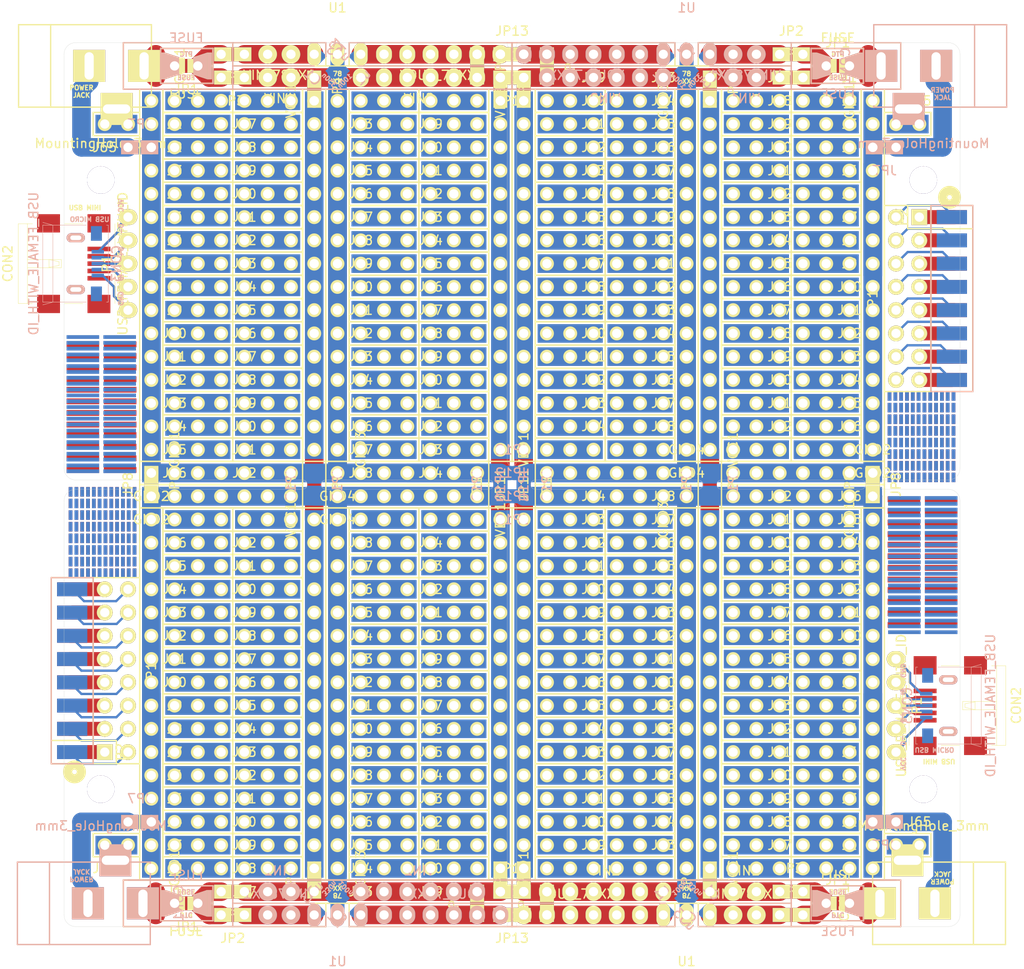
<source format=kicad_pcb>
(kicad_pcb (version 20221018) (generator pcbnew)
  (layers (0 "F.Cu" signal) (31 "B.Cu" signal) (34 "B.Paste" user) (35 "F.Paste" user) (36 "B.SilkS" user "B.Silkscreen") (37 "F.SilkS" user "F.Silkscreen") (38 "B.Mask" user) (39 "F.Mask" user) (44 "Edge.Cuts" user))
  (net 0 "")
  (net 1 "Net-(C1-Pad1)")
  (net 2 "Net-(C1-Pad2)")
  (net 3 "Net-(C2-Pad1)")
  (net 4 "Net-(CON1-Pad1)")
  (net 5 "Net-(CON1-Pad2)")
  (net 6 "Net-(CON1-Pad3)")
  (net 7 "Net-(CON2-Pad1)")
  (net 8 "Net-(CON2-Pad2)")
  (net 9 "Net-(CON2-Pad3)")
  (net 10 "Net-(CON2-Pad4)")
  (net 11 "Net-(CON2-Pad5)")
  (net 12 "Net-(CON2-Pad6)")
  (net 13 "Net-(CON3-Pad6)")
  (net 14 "Net-(J1-Pad1)")
  (net 15 "Net-(J2-Pad1)")
  (net 16 "Net-(J3-Pad1)")
  (net 17 "Net-(J4-Pad1)")
  (net 18 "Net-(J5-Pad1)")
  (net 19 "Net-(J6-Pad1)")
  (net 20 "Net-(J7-Pad1)")
  (net 21 "Net-(J8-Pad1)")
  (net 22 "Net-(J9-Pad1)")
  (net 23 "Net-(J10-Pad1)")
  (net 24 "Net-(J11-Pad1)")
  (net 25 "Net-(J12-Pad1)")
  (net 26 "Net-(J13-Pad1)")
  (net 27 "Net-(J14-Pad1)")
  (net 28 "Net-(J15-Pad1)")
  (net 29 "Net-(J16-Pad1)")
  (net 30 "Net-(J17-Pad1)")
  (net 31 "Net-(J18-Pad1)")
  (net 32 "Net-(J19-Pad1)")
  (net 33 "Net-(J20-Pad1)")
  (net 34 "Net-(J21-Pad1)")
  (net 35 "Net-(J22-Pad1)")
  (net 36 "Net-(J23-Pad1)")
  (net 37 "Net-(J24-Pad1)")
  (net 38 "Net-(J25-Pad1)")
  (net 39 "Net-(J26-Pad1)")
  (net 40 "Net-(J27-Pad1)")
  (net 41 "Net-(J28-Pad1)")
  (net 42 "Net-(J29-Pad1)")
  (net 43 "Net-(J30-Pad1)")
  (net 44 "Net-(J31-Pad1)")
  (net 45 "Net-(J32-Pad1)")
  (net 46 "Net-(J33-Pad1)")
  (net 47 "Net-(J34-Pad1)")
  (net 48 "Net-(J35-Pad1)")
  (net 49 "Net-(J36-Pad1)")
  (net 50 "Net-(J37-Pad1)")
  (net 51 "Net-(J38-Pad1)")
  (net 52 "Net-(J39-Pad1)")
  (net 53 "Net-(J40-Pad1)")
  (net 54 "Net-(J41-Pad1)")
  (net 55 "Net-(J42-Pad1)")
  (net 56 "Net-(J43-Pad1)")
  (net 57 "Net-(J44-Pad1)")
  (net 58 "Net-(J45-Pad1)")
  (net 59 "Net-(J46-Pad1)")
  (net 60 "Net-(J47-Pad1)")
  (net 61 "Net-(J48-Pad1)")
  (net 62 "Net-(J49-Pad1)")
  (net 63 "Net-(J50-Pad1)")
  (net 64 "Net-(J51-Pad1)")
  (net 65 "Net-(J52-Pad1)")
  (net 66 "Net-(J53-Pad1)")
  (net 67 "Net-(J54-Pad1)")
  (net 68 "Net-(J55-Pad1)")
  (net 69 "Net-(J56-Pad1)")
  (net 70 "Net-(J57-Pad1)")
  (net 71 "Net-(J58-Pad1)")
  (net 72 "Net-(J59-Pad1)")
  (net 73 "Net-(J60-Pad1)")
  (net 74 "Net-(J61-Pad1)")
  (net 75 "Net-(J62-Pad1)")
  (net 76 "Net-(J63-Pad1)")
  (net 77 "Net-(J64-Pad1)")
  (net 78 "Net-(JP4-Pad1)")
  (net 79 "Net-(F1-Pad2)")
  (net 80 "Net-(JP14-Pad1)")
  (net 81 "Net-(JP11-Pad1)")
  (net 82 "Net-(JP8-Pad2)")
  (net 83 "Net-(JP9-Pad2)")
  (net 84 "Net-(JP10-Pad2)")
  (net 85 "Net-(JP11-Pad2)")
  (net 86 "Net-(JP12-Pad2)")
  (net 87 "Net-(JP13-Pad2)")
  (net 88 "Net-(JP14-Pad2)")
  (net 89 "Net-(JP15-Pad2)")
  (net 90 "Net-(P1-Pad1)")
  (net 91 "Net-(P1-Pad2)")
  (net 92 "Net-(P1-Pad3)")
  (net 93 "Net-(P1-Pad4)")
  (net 94 "Net-(P1-Pad5)")
  (net 95 "Net-(P1-Pad6)")
  (net 96 "Net-(P1-Pad7)")
  (net 97 "Net-(P1-Pad8)")
  (net 98 "Net-(P1-Pad9)")
  (net 99 "Net-(P1-Pad10)")
  (net 100 "Net-(P1-Pad11)")
  (net 101 "Net-(P1-Pad12)")
  (net 102 "Net-(P1-Pad13)")
  (net 103 "Net-(P1-Pad14)")
  (net 104 "Net-(P1-Pad15)")
  (net 105 "Net-(P1-Pad16)")
  (footprint "Socket_Strips:Socket_Strip_Straight_1x02" (layer "F.Cu") (at 48.26 26.67 180)
    (fp_text reference "VIN1")
    (fp_text value "CONN_2" hide)
  )
  (footprint "Socket_Strips:Socket_Strip_Straight_1x02" (layer "F.Cu") (at 48.26 24.13 180)
    (fp_text reference "VIN_78XX1")
    (fp_text value "CONN_2" hide)
  )
  (footprint "SMD:SMD_127_357_4X2" (layer "F.Cu") (at 28.8544 67.6148)
    (fp_text reference "Ref**" hide)
    (fp_text value "Val**" hide)
  )
  (footprint "SMD:SMD_127_357_4X2" (layer "F.Cu") (at 28.8544 62.6618)
    (fp_text reference "Ref**" hide)
    (fp_text value "Val**" hide)
  )
  (footprint "SMD:SMD_127_357_4X2" (layer "F.Cu") (at 28.8544 57.7088)
    (fp_text reference "Ref**" hide)
    (fp_text value "Val**" hide)
  )
  (footprint "Mounting_Holes:MountingHole_3mm" (layer "F.Cu") (at 28.77 37.86)
    (fp_text reference "MountingHole_3mm")
    (fp_text value "VAL**" hide)
  )
  (footprint "Socket_Strips:Socket_Strip_Straight_1x05" (layer "F.Cu") (at 31.75 46.99 90)
    (fp_text reference "P1")
    (fp_text value "CONN_5" hide)
  )
  (footprint "2.54mm_Pin_Headers:Solder_Jumper_1x2_Shorted_T" (layer "F.Cu") (at 52.07 27.94 90)
    (fp_text reference "JP4")
    (fp_text value "JUMPER" hide)
  )
  (footprint "2.54mm_Pin_Headers:Solder_Jumper_1x2" (layer "F.Cu") (at 34.29 71.12 -90)
    (fp_text reference "JP8")
    (fp_text value "JUMPER" hide)
  )
  (footprint "2.54mm_Pin_Headers:Solder_Jumper_1x2" (layer "F.Cu") (at 34.29 71.12 90)
    (fp_text reference "JP8")
    (fp_text value "JUMPER" hide)
  )
  (footprint "2.54mm_Pin_Headers:Interconnect_1x07" (layer "F.Cu") (at 34.29 72.39)
    (fp_text reference "GND2")
    (fp_text value "INTERCONNECT_1X07" hide)
  )
  (footprint "2.54mm_Pin_Headers:Solder_Jumper_1x2_Shorted_T" (layer "F.Cu") (at 73.66 115.57)
    (fp_text reference "JP14")
    (fp_text value "JUMPER" hide)
  )
  (footprint "2.54mm_Pin_Headers:Solder_Jumper_1x2_Shorted_T" (layer "F.Cu") (at 73.66 118.11)
    (fp_text reference "JP13")
    (fp_text value "JUMPER" hide)
  )
  (footprint "2.54mm_Pin_Headers:Interconnect_1x07" (layer "F.Cu") (at 54.61 72.39)
    (fp_text reference "GND4")
    (fp_text value "INTERCONNECT_1X07" hide)
  )
  (footprint "2.54mm_Pin_Headers:Interconnect_1x16" (layer "F.Cu") (at 54.61 113.03 90)
    (fp_text reference "GND3")
    (fp_text value "INTERCONNECT_1X16" hide)
  )
  (footprint "2.54mm_Pin_Headers:Interconnect_1x16" (layer "F.Cu") (at 72.39 113.03 90)
    (fp_text reference "VDD1")
    (fp_text value "INTERCONNECT_1X16" hide)
  )
  (footprint "2.54mm_Pin_Headers:Interconnect_1x16" (layer "F.Cu") (at 52.07 74.93 -90)
    (fp_text reference "VCC1")
    (fp_text value "INTERCONNECT_1X16" hide)
  )
  (footprint "2.54mm_Pin_Headers:Solder_Jumper_1x2_Shorted_T" (layer "F.Cu") (at 69.85 116.84 -90)
    (fp_text reference "JP6")
    (fp_text value "JUMPER" hide)
  )
  (footprint "2.54mm_Pin_Headers:Solder_Jumper_1x2_Shorted_T" (layer "F.Cu") (at 72.39 114.3 90)
    (fp_text reference "JP5")
    (fp_text value "JUMPER" hide)
  )
  (footprint "2.54mm_Pin_Headers:Solder_Jumper_1x2_Shorted_T" (layer "F.Cu") (at 52.07 114.3 -90)
    (fp_text reference "JP4")
    (fp_text value "JUMPER" hide)
  )
  (footprint "2.54mm_Pin_Headers:Solder_Jumper_1x2_Shorted_T" (layer "F.Cu") (at 43.18 115.57)
    (fp_text reference "JP3")
    (fp_text value "JUMPER" hide)
  )
  (footprint "2.54mm_Pin_Headers:Solder_Jumper_1x2_Shorted_T" (layer "F.Cu") (at 43.18 118.11)
    (fp_text reference "JP2")
    (fp_text value "JUMPER" hide)
  )
  (footprint "2.54mm_Pin_Headers:Solder_Jumper_1x2_Shorted_T" (layer "F.Cu") (at 38.1 116.84)
    (fp_text reference "JP1")
    (fp_text value "JUMPER" hide)
  )
  (footprint "2.54mm_Pin_Headers:Interconnect_1x02" (layer "F.Cu") (at 29.21 110.49)
    (fp_text reference "J65")
    (fp_text value "INTERCONNECT_1X02" hide)
  )
  (footprint "2.54mm_Pin_Headers:Interconnect_1x03" (layer "F.Cu") (at 64.77 74.93)
    (fp_text reference "J64")
    (fp_text value "INTERCONNECT_1X03" hide)
  )
  (footprint "2.54mm_Pin_Headers:Interconnect_1x03" (layer "F.Cu") (at 64.77 77.47)
    (fp_text reference "J63")
    (fp_text value "INTERCONNECT_1X03" hide)
  )
  (footprint "2.54mm_Pin_Headers:Interconnect_1x03" (layer "F.Cu") (at 64.77 80.01)
    (fp_text reference "J62")
    (fp_text value "INTERCONNECT_1X03" hide)
  )
  (footprint "2.54mm_Pin_Headers:Interconnect_1x03" (layer "F.Cu") (at 64.77 82.55)
    (fp_text reference "J61")
    (fp_text value "INTERCONNECT_1X03" hide)
  )
  (footprint "2.54mm_Pin_Headers:Interconnect_1x03" (layer "F.Cu") (at 64.77 85.09)
    (fp_text reference "J60")
    (fp_text value "INTERCONNECT_1X03" hide)
  )
  (footprint "2.54mm_Pin_Headers:Interconnect_1x03" (layer "F.Cu") (at 64.77 87.63)
    (fp_text reference "J59")
    (fp_text value "INTERCONNECT_1X03" hide)
  )
  (footprint "2.54mm_Pin_Headers:Interconnect_1x03" (layer "F.Cu") (at 64.77 90.17)
    (fp_text reference "J58")
    (fp_text value "INTERCONNECT_1X03" hide)
  )
  (footprint "2.54mm_Pin_Headers:Interconnect_1x03" (layer "F.Cu") (at 64.77 92.71)
    (fp_text reference "J57")
    (fp_text value "INTERCONNECT_1X03" hide)
  )
  (footprint "2.54mm_Pin_Headers:Interconnect_1x03" (layer "F.Cu") (at 64.77 95.25)
    (fp_text reference "J56")
    (fp_text value "INTERCONNECT_1X03" hide)
  )
  (footprint "2.54mm_Pin_Headers:Interconnect_1x03" (layer "F.Cu") (at 64.77 97.79)
    (fp_text reference "J55")
    (fp_text value "INTERCONNECT_1X03" hide)
  )
  (footprint "2.54mm_Pin_Headers:Interconnect_1x03" (layer "F.Cu") (at 64.77 100.33)
    (fp_text reference "J54")
    (fp_text value "INTERCONNECT_1X03" hide)
  )
  (footprint "2.54mm_Pin_Headers:Interconnect_1x03" (layer "F.Cu") (at 64.77 102.87)
    (fp_text reference "J53")
    (fp_text value "INTERCONNECT_1X03" hide)
  )
  (footprint "2.54mm_Pin_Headers:Interconnect_1x03" (layer "F.Cu") (at 64.77 105.41)
    (fp_text reference "J52")
    (fp_text value "INTERCONNECT_1X03" hide)
  )
  (footprint "2.54mm_Pin_Headers:Interconnect_1x03" (layer "F.Cu") (at 64.77 107.95)
    (fp_text reference "J51")
    (fp_text value "INTERCONNECT_1X03" hide)
  )
  (footprint "2.54mm_Pin_Headers:Interconnect_1x03" (layer "F.Cu") (at 64.77 110.49)
    (fp_text reference "J50")
    (fp_text value "INTERCONNECT_1X03" hide)
  )
  (footprint "2.54mm_Pin_Headers:Interconnect_1x03" (layer "F.Cu") (at 64.77 113.03)
    (fp_text reference "J49")
    (fp_text value "INTERCONNECT_1X03" hide)
  )
  (footprint "2.54mm_Pin_Headers:Interconnect_1x03" (layer "F.Cu") (at 57.15 74.93)
    (fp_text reference "J48")
    (fp_text value "INTERCONNECT_1X03" hide)
  )
  (footprint "2.54mm_Pin_Headers:Interconnect_1x03" (layer "F.Cu") (at 57.15 77.47)
    (fp_text reference "J47")
    (fp_text value "INTERCONNECT_1X03" hide)
  )
  (footprint "2.54mm_Pin_Headers:Interconnect_1x03" (layer "F.Cu") (at 57.15 80.01)
    (fp_text reference "J46")
    (fp_text value "INTERCONNECT_1X03" hide)
  )
  (footprint "2.54mm_Pin_Headers:Interconnect_1x03" (layer "F.Cu") (at 57.15 82.55)
    (fp_text reference "J45")
    (fp_text value "INTERCONNECT_1X03" hide)
  )
  (footprint "2.54mm_Pin_Headers:Interconnect_1x03" (layer "F.Cu") (at 57.15 85.09)
    (fp_text reference "J44")
    (fp_text value "INTERCONNECT_1X03" hide)
  )
  (footprint "2.54mm_Pin_Headers:Interconnect_1x03" (layer "F.Cu") (at 57.15 87.63)
    (fp_text reference "J43")
    (fp_text value "INTERCONNECT_1X03" hide)
  )
  (footprint "2.54mm_Pin_Headers:Interconnect_1x03" (layer "F.Cu") (at 57.15 90.17)
    (fp_text reference "J42")
    (fp_text value "INTERCONNECT_1X03" hide)
  )
  (footprint "2.54mm_Pin_Headers:Interconnect_1x03" (layer "F.Cu") (at 57.15 92.71)
    (fp_text reference "J41")
    (fp_text value "INTERCONNECT_1X03" hide)
  )
  (footprint "2.54mm_Pin_Headers:Interconnect_1x03" (layer "F.Cu") (at 57.15 95.25)
    (fp_text reference "J40")
    (fp_text value "INTERCONNECT_1X03" hide)
  )
  (footprint "2.54mm_Pin_Headers:Interconnect_1x03" (layer "F.Cu") (at 57.15 97.79)
    (fp_text reference "J39")
    (fp_text value "INTERCONNECT_1X03" hide)
  )
  (footprint "2.54mm_Pin_Headers:Interconnect_1x03" (layer "F.Cu") (at 57.15 100.33)
    (fp_text reference "J38")
    (fp_text value "INTERCONNECT_1X03" hide)
  )
  (footprint "2.54mm_Pin_Headers:Interconnect_1x03" (layer "F.Cu") (at 57.15 102.87)
    (fp_text reference "J37")
    (fp_text value "INTERCONNECT_1X03" hide)
  )
  (footprint "2.54mm_Pin_Headers:Interconnect_1x03" (layer "F.Cu") (at 57.15 105.41)
    (fp_text reference "J36")
    (fp_text value "INTERCONNECT_1X03" hide)
  )
  (footprint "2.54mm_Pin_Headers:Interconnect_1x03" (layer "F.Cu") (at 57.15 107.95)
    (fp_text reference "J35")
    (fp_text value "INTERCONNECT_1X03" hide)
  )
  (footprint "2.54mm_Pin_Headers:Interconnect_1x03" (layer "F.Cu") (at 57.15 110.49)
    (fp_text reference "J34")
    (fp_text value "INTERCONNECT_1X03" hide)
  )
  (footprint "2.54mm_Pin_Headers:Interconnect_1x03" (layer "F.Cu") (at 57.15 113.03)
    (fp_text reference "J33")
    (fp_text value "INTERCONNECT_1X03" hide)
  )
  (footprint "2.54mm_Pin_Headers:Interconnect_1x03" (layer "F.Cu") (at 44.45 74.93)
    (fp_text reference "J32")
    (fp_text value "INTERCONNECT_1X03" hide)
  )
  (footprint "2.54mm_Pin_Headers:Interconnect_1x03" (layer "F.Cu") (at 44.45 77.47)
    (fp_text reference "J31")
    (fp_text value "INTERCONNECT_1X03" hide)
  )
  (footprint "2.54mm_Pin_Headers:Interconnect_1x03" (layer "F.Cu") (at 44.45 80.01)
    (fp_text reference "J30")
    (fp_text value "INTERCONNECT_1X03" hide)
  )
  (footprint "2.54mm_Pin_Headers:Interconnect_1x03" (layer "F.Cu") (at 44.45 82.55)
    (fp_text reference "J29")
    (fp_text value "INTERCONNECT_1X03" hide)
  )
  (footprint "2.54mm_Pin_Headers:Interconnect_1x03" (layer "F.Cu") (at 44.45 85.09)
    (fp_text reference "J28")
    (fp_text value "INTERCONNECT_1X03" hide)
  )
  (footprint "2.54mm_Pin_Headers:Interconnect_1x03" (layer "F.Cu") (at 44.45 87.63)
    (fp_text reference "J27")
    (fp_text value "INTERCONNECT_1X03" hide)
  )
  (footprint "2.54mm_Pin_Headers:Interconnect_1x03" (layer "F.Cu") (at 44.45 90.17)
    (fp_text reference "J26")
    (fp_text value "INTERCONNECT_1X03" hide)
  )
  (footprint "2.54mm_Pin_Headers:Interconnect_1x03" (layer "F.Cu") (at 44.45 92.71)
    (fp_text reference "J25")
    (fp_text value "INTERCONNECT_1X03" hide)
  )
  (footprint "2.54mm_Pin_Headers:Interconnect_1x03" (layer "F.Cu") (at 44.45 95.25)
    (fp_text reference "J24")
    (fp_text value "INTERCONNECT_1X03" hide)
  )
  (footprint "2.54mm_Pin_Headers:Interconnect_1x03" (layer "F.Cu") (at 44.45 97.79)
    (fp_text reference "J23")
    (fp_text value "INTERCONNECT_1X03" hide)
  )
  (footprint "2.54mm_Pin_Headers:Interconnect_1x03" (layer "F.Cu") (at 44.45 100.33)
    (fp_text reference "J22")
    (fp_text value "INTERCONNECT_1X03" hide)
  )
  (footprint "2.54mm_Pin_Headers:Interconnect_1x03" (layer "F.Cu") (at 44.45 102.87)
    (fp_text reference "J21")
    (fp_text value "INTERCONNECT_1X03" hide)
  )
  (footprint "2.54mm_Pin_Headers:Interconnect_1x03" (layer "F.Cu") (at 44.45 105.41)
    (fp_text reference "J20")
    (fp_text value "INTERCONNECT_1X03" hide)
  )
  (footprint "2.54mm_Pin_Headers:Interconnect_1x03" (layer "F.Cu") (at 44.45 107.95)
    (fp_text reference "J19")
    (fp_text value "INTERCONNECT_1X03" hide)
  )
  (footprint "2.54mm_Pin_Headers:Interconnect_1x03" (layer "F.Cu") (at 44.45 110.49)
    (fp_text reference "J18")
    (fp_text value "INTERCONNECT_1X03" hide)
  )
  (footprint "2.54mm_Pin_Headers:Interconnect_1x03" (layer "F.Cu") (at 44.45 113.03)
    (fp_text reference "J17")
    (fp_text value "INTERCONNECT_1X03" hide)
  )
  (footprint "2.54mm_Pin_Headers:Interconnect_1x03" (layer "F.Cu") (at 36.83 74.93)
    (fp_text reference "J16")
    (fp_text value "INTERCONNECT_1X03" hide)
  )
  (footprint "2.54mm_Pin_Headers:Interconnect_1x03" (layer "F.Cu") (at 36.83 77.47)
    (fp_text reference "J15")
    (fp_text value "INTERCONNECT_1X03" hide)
  )
  (footprint "2.54mm_Pin_Headers:Interconnect_1x03" (layer "F.Cu") (at 36.83 80.01)
    (fp_text reference "J14")
    (fp_text value "INTERCONNECT_1X03" hide)
  )
  (footprint "2.54mm_Pin_Headers:Interconnect_1x03" (layer "F.Cu") (at 36.83 82.55)
    (fp_text reference "J13")
    (fp_text value "INTERCONNECT_1X03" hide)
  )
  (footprint "2.54mm_Pin_Headers:Interconnect_1x03" (layer "F.Cu") (at 36.83 85.09)
    (fp_text reference "J12")
    (fp_text value "INTERCONNECT_1X03" hide)
  )
  (footprint "2.54mm_Pin_Headers:Interconnect_1x03" (layer "F.Cu") (at 36.83 87.63)
    (fp_text reference "J11")
    (fp_text value "INTERCONNECT_1X03" hide)
  )
  (footprint "2.54mm_Pin_Headers:Interconnect_1x03" (layer "F.Cu") (at 36.83 90.17)
    (fp_text reference "J10")
    (fp_text value "INTERCONNECT_1X03" hide)
  )
  (footprint "2.54mm_Pin_Headers:Interconnect_1x03" (layer "F.Cu") (at 36.83 92.71)
    (fp_text reference "J9")
    (fp_text value "INTERCONNECT_1X03" hide)
  )
  (footprint "2.54mm_Pin_Headers:Interconnect_1x03" (layer "F.Cu") (at 36.83 95.25)
    (fp_text reference "J8")
    (fp_text value "INTERCONNECT_1X03" hide)
  )
  (footprint "2.54mm_Pin_Headers:Interconnect_1x03" (layer "F.Cu") (at 36.83 97.79)
    (fp_text reference "J7")
    (fp_text value "INTERCONNECT_1X03" hide)
  )
  (footprint "2.54mm_Pin_Headers:Interconnect_1x03" (layer "F.Cu") (at 36.83 100.33)
    (fp_text reference "J6")
    (fp_text value "INTERCONNECT_1X03" hide)
  )
  (footprint "2.54mm_Pin_Headers:Interconnect_1x03" (layer "F.Cu") (at 36.83 102.87)
    (fp_text reference "J5")
    (fp_text value "INTERCONNECT_1X03" hide)
  )
  (footprint "2.54mm_Pin_Headers:Interconnect_1x03" (layer "F.Cu") (at 36.83 105.41)
    (fp_text reference "J4")
    (fp_text value "INTERCONNECT_1X03" hide)
  )
  (footprint "2.54mm_Pin_Headers:Interconnect_1x03" (layer "F.Cu") (at 36.83 107.95)
    (fp_text reference "J3")
    (fp_text value "INTERCONNECT_1X03" hide)
  )
  (footprint "2.54mm_Pin_Headers:Interconnect_1x03" (layer "F.Cu") (at 36.83 110.49)
    (fp_text reference "J2")
    (fp_text value "INTERCONNECT_1X03" hide)
  )
  (footprint "2.54mm_Pin_Headers:Interconnect_1x03" (layer "F.Cu") (at 36.83 113.03)
    (fp_text reference "J1")
    (fp_text value "INTERCONNECT_1X03" hide)
  )
  (footprint "2.54mm_Pin_Headers:Interconnect_1x16" (layer "F.Cu") (at 34.29 113.03 90)
    (fp_text reference "GND1")
    (fp_text value "INTERCONNECT_1X16" hide)
  )
  (footprint "Muonde:CC12ZZ" (layer "F.Cu") (at 38.1 116.84)
    (fp_text reference "F2" hide)
    (fp_text value "FUSE")
  )
  (footprint "SMD:SMD_127_065_grid_4X12" (layer "F.Cu") (at 28.2956 78.8924)
    (fp_text reference "Ref**" hide)
    (fp_text value "Val**" hide)
  )
  (footprint "SMD:SMD_127_065_grid_4X12" (layer "F.Cu") (at 28.2956 73.8124)
    (fp_text reference "Ref**" hide)
    (fp_text value "Val**" hide)
  )
  (footprint "Connect:BARREL_JACK" (layer "F.Cu") (at 27.305 25.4)
    (fp_text reference "CON1")
    (fp_text value "BARREL_JACK" hide)
  )
  (footprint "2.54mm_Pin_Headers:Interconnect_1x16" (layer "F.Cu") (at 34.29 67.31 90)
    (fp_text reference "GND1")
    (fp_text value "INTERCONNECT_1X16" hide)
  )
  (footprint "2.54mm_Pin_Headers:Interconnect_1x03" (layer "F.Cu") (at 36.83 31.75)
    (fp_text reference "J2")
    (fp_text value "INTERCONNECT_1X03" hide)
  )
  (footprint "2.54mm_Pin_Headers:Interconnect_1x03" (layer "F.Cu") (at 36.83 34.29)
    (fp_text reference "J3")
    (fp_text value "INTERCONNECT_1X03" hide)
  )
  (footprint "2.54mm_Pin_Headers:Interconnect_1x03" (layer "F.Cu") (at 36.83 36.83)
    (fp_text reference "J4")
    (fp_text value "INTERCONNECT_1X03" hide)
  )
  (footprint "2.54mm_Pin_Headers:Interconnect_1x03" (layer "F.Cu") (at 36.83 39.37)
    (fp_text reference "J5")
    (fp_text value "INTERCONNECT_1X03" hide)
  )
  (footprint "2.54mm_Pin_Headers:Interconnect_1x03" (layer "F.Cu") (at 36.83 41.91)
    (fp_text reference "J6")
    (fp_text value "INTERCONNECT_1X03" hide)
  )
  (footprint "2.54mm_Pin_Headers:Interconnect_1x03" (layer "F.Cu") (at 36.83 44.45)
    (fp_text reference "J7")
    (fp_text value "INTERCONNECT_1X03" hide)
  )
  (footprint "2.54mm_Pin_Headers:Interconnect_1x03" (layer "F.Cu") (at 36.83 46.99)
    (fp_text reference "J8")
    (fp_text value "INTERCONNECT_1X03" hide)
  )
  (footprint "2.54mm_Pin_Headers:Interconnect_1x03" (layer "F.Cu") (at 36.83 49.53)
    (fp_text reference "J9")
    (fp_text value "INTERCONNECT_1X03" hide)
  )
  (footprint "2.54mm_Pin_Headers:Interconnect_1x03" (layer "F.Cu") (at 36.83 52.07)
    (fp_text reference "J10")
    (fp_text value "INTERCONNECT_1X03" hide)
  )
  (footprint "2.54mm_Pin_Headers:Interconnect_1x03" (layer "F.Cu") (at 36.83 54.61)
    (fp_text reference "J11")
    (fp_text value "INTERCONNECT_1X03" hide)
  )
  (footprint "2.54mm_Pin_Headers:Interconnect_1x03" (layer "F.Cu") (at 36.83 57.15)
    (fp_text reference "J12")
    (fp_text value "INTERCONNECT_1X03" hide)
  )
  (footprint "2.54mm_Pin_Headers:Interconnect_1x03" (layer "F.Cu") (at 36.83 59.69)
    (fp_text reference "J13")
    (fp_text value "INTERCONNECT_1X03" hide)
  )
  (footprint "2.54mm_Pin_Headers:Interconnect_1x03" (layer "F.Cu") (at 36.83 62.23)
    (fp_text reference "J14")
    (fp_text value "INTERCONNECT_1X03" hide)
  )
  (footprint "2.54mm_Pin_Headers:Interconnect_1x03" (layer "F.Cu") (at 36.83 64.77)
    (fp_text reference "J15")
    (fp_text value "INTERCONNECT_1X03" hide)
  )
  (footprint "2.54mm_Pin_Headers:Interconnect_1x03" (layer "F.Cu") (at 36.83 67.31)
    (fp_text reference "J16")
    (fp_text value "INTERCONNECT_1X03" hide)
  )
  (footprint "2.54mm_Pin_Headers:Interconnect_1x03" (layer "F.Cu") (at 44.45 29.21)
    (fp_text reference "J17")
    (fp_text value "INTERCONNECT_1X03" hide)
  )
  (footprint "2.54mm_Pin_Headers:Interconnect_1x03" (layer "F.Cu") (at 44.45 31.75)
    (fp_text reference "J18")
    (fp_text value "INTERCONNECT_1X03" hide)
  )
  (footprint "2.54mm_Pin_Headers:Interconnect_1x03" (layer "F.Cu") (at 44.45 34.29)
    (fp_text reference "J19")
    (fp_text value "INTERCONNECT_1X03" hide)
  )
  (footprint "2.54mm_Pin_Headers:Interconnect_1x03" (layer "F.Cu") (at 44.45 36.83)
    (fp_text reference "J20")
    (fp_text value "INTERCONNECT_1X03" hide)
  )
  (footprint "2.54mm_Pin_Headers:Interconnect_1x03" (layer "F.Cu") (at 44.45 41.91)
    (fp_text reference "J22")
    (fp_text value "INTERCONNECT_1X03" hide)
  )
  (footprint "2.54mm_Pin_Headers:Interconnect_1x03" (layer "F.Cu") (at 44.45 44.45)
    (fp_text reference "J23")
    (fp_text value "INTERCONNECT_1X03" hide)
  )
  (footprint "2.54mm_Pin_Headers:Interconnect_1x03" (layer "F.Cu") (at 44.45 46.99)
    (fp_text reference "J24")
    (fp_text value "INTERCONNECT_1X03" hide)
  )
  (footprint "2.54mm_Pin_Headers:Interconnect_1x03" (layer "F.Cu") (at 44.45 49.53)
    (fp_text reference "J25")
    (fp_text value "INTERCONNECT_1X03" hide)
  )
  (footprint "2.54mm_Pin_Headers:Interconnect_1x03" (layer "F.Cu") (at 44.45 52.07)
    (fp_text reference "J26")
    (fp_text value "INTERCONNECT_1X03" hide)
  )
  (footprint "2.54mm_Pin_Headers:Interconnect_1x03" (layer "F.Cu") (at 44.45 54.61)
    (fp_text reference "J27")
    (fp_text value "INTERCONNECT_1X03" hide)
  )
  (footprint "2.54mm_Pin_Headers:Interconnect_1x03" (layer "F.Cu") (at 44.45 57.15)
    (fp_text reference "J28")
    (fp_text value "INTERCONNECT_1X03" hide)
  )
  (footprint "2.54mm_Pin_Headers:Interconnect_1x03" (layer "F.Cu") (at 44.45 59.69)
    (fp_text reference "J29")
    (fp_text value "INTERCONNECT_1X03" hide)
  )
  (footprint "2.54mm_Pin_Headers:Interconnect_1x03" (layer "F.Cu") (at 44.45 62.23)
    (fp_text reference "J30")
    (fp_text value "INTERCONNECT_1X03" hide)
  )
  (footprint "2.54mm_Pin_Headers:Interconnect_1x03" (layer "F.Cu") (at 44.45 64.77)
    (fp_text reference "J31")
    (fp_text value "INTERCONNECT_1X03" hide)
  )
  (footprint "2.54mm_Pin_Headers:Interconnect_1x03" (layer "F.Cu") (at 44.45 67.31)
    (fp_text reference "J32")
    (fp_text value "INTERCONNECT_1X03" hide)
  )
  (footprint "2.54mm_Pin_Headers:Interconnect_1x03" (layer "F.Cu") (at 57.15 29.21)
    (fp_text reference "J33")
    (fp_text value "INTERCONNECT_1X03" hide)
  )
  (footprint "2.54mm_Pin_Headers:Interconnect_1x03" (layer "F.Cu") (at 57.15 31.75)
    (fp_text reference "J34")
    (fp_text value "INTERCONNECT_1X03" hide)
  )
  (footprint "2.54mm_Pin_Headers:Interconnect_1x03" (layer "F.Cu") (at 57.15 34.29)
    (fp_text reference "J35")
    (fp_text value "INTERCONNECT_1X03" hide)
  )
  (footprint "2.54mm_Pin_Headers:Interconnect_1x03" (layer "F.Cu") (at 57.15 36.83)
    (fp_text reference "J36")
    (fp_text value "INTERCONNECT_1X03" hide)
  )
  (footprint "2.54mm_Pin_Headers:Interconnect_1x03" (layer "F.Cu") (at 57.15 39.37)
    (fp_text reference "J37")
    (fp_text value "INTERCONNECT_1X03" hide)
  )
  (footprint "2.54mm_Pin_Headers:Interconnect_1x03" (layer "F.Cu") (at 57.15 41.91)
    (fp_text reference "J38")
    (fp_text value "INTERCONNECT_1X03" hide)
  )
  (footprint "2.54mm_Pin_Headers:Interconnect_1x03" (layer "F.Cu") (at 57.15 44.45)
    (fp_text reference "J39")
    (fp_text value "INTERCONNECT_1X03" hide)
  )
  (footprint "2.54mm_Pin_Headers:Interconnect_1x03" (layer "F.Cu") (at 57.15 46.99)
    (fp_text reference "J40")
    (fp_text value "INTERCONNECT_1X03" hide)
  )
  (footprint "2.54mm_Pin_Headers:Interconnect_1x03" (layer "F.Cu") (at 57.15 49.53)
    (fp_text reference "J41")
    (fp_text value "INTERCONNECT_1X03" hide)
  )
  (footprint "2.54mm_Pin_Headers:Interconnect_1x03" (layer "F.Cu") (at 57.15 52.07)
    (fp_text reference "J42")
    (fp_text value "INTERCONNECT_1X03" hide)
  )
  (footprint "2.54mm_Pin_Headers:Interconnect_1x03" (layer "F.Cu") (at 57.15 54.61)
    (fp_text reference "J43")
    (fp_text value "INTERCONNECT_1X03" hide)
  )
  (footprint "2.54mm_Pin_Headers:Interconnect_1x03" (layer "F.Cu") (at 57.15 57.15)
    (fp_text reference "J44")
    (fp_text value "INTERCONNECT_1X03" hide)
  )
  (footprint "2.54mm_Pin_Headers:Interconnect_1x03" (layer "F.Cu") (at 57.15 59.69)
    (fp_text reference "J45")
    (fp_text value "INTERCONNECT_1X03" hide)
  )
  (footprint "2.54mm_Pin_Headers:Interconnect_1x03" (layer "F.Cu") (at 57.15 62.23)
    (fp_text reference "J46")
    (fp_text value "INTERCONNECT_1X03" hide)
  )
  (footprint "2.54mm_Pin_Headers:Interconnect_1x03" (layer "F.Cu") (at 57.15 64.77)
    (fp_text reference "J47")
    (fp_text value "INTERCONNECT_1X03" hide)
  )
  (footprint "2.54mm_Pin_Headers:Interconnect_1x03" (layer "F.Cu") (at 57.15 67.31)
    (fp_text reference "J48")
    (fp_text value "INTERCONNECT_1X03" hide)
  )
  (footprint "2.54mm_Pin_Headers:Interconnect_1x03" (layer "F.Cu") (at 64.77 29.21)
    (fp_text reference "J49")
    (fp_text value "INTERCONNECT_1X03" hide)
  )
  (footprint "2.54mm_Pin_Headers:Interconnect_1x03" (layer "F.Cu") (at 64.77 31.75)
    (fp_text reference "J50")
    (fp_text value "INTERCONNECT_1X03" hide)
  )
  (footprint "2.54mm_Pin_Headers:Interconnect_1x03" (layer "F.Cu") (at 64.77 34.29)
    (fp_text reference "J51")
    (fp_text value "INTERCONNECT_1X03" hide)
  )
  (footprint "2.54mm_Pin_Headers:Interconnect_1x03" (layer "F.Cu") (at 64.77 36.83)
    (fp_text reference "J52")
    (fp_text value "INTERCONNECT_1X03" hide)
  )
  (footprint "2.54mm_Pin_Headers:Interconnect_1x03" (layer "F.Cu") (at 64.77 39.37)
    (fp_text reference "J53")
    (fp_text value "INTERCONNECT_1X03" hide)
  )
  (footprint "2.54mm_Pin_Headers:Interconnect_1x03" (layer "F.Cu") (at 64.77 41.91)
    (fp_text reference "J54")
    (fp_text value "INTERCONNECT_1X03" hide)
  )
  (footprint "2.54mm_Pin_Headers:Interconnect_1x03" (layer "F.Cu") (at 64.77 44.45)
    (fp_text reference "J55")
    (fp_text value "INTERCONNECT_1X03" hide)
  )
  (footprint "2.54mm_Pin_Headers:Interconnect_1x03" (layer "F.Cu") (at 64.77 46.99)
    (fp_text reference "J56")
    (fp_text value "INTERCONNECT_1X03" hide)
  )
  (footprint "2.54mm_Pin_Headers:Interconnect_1x03" (layer "F.Cu") (at 64.77 49.53)
    (fp_text reference "J57")
    (fp_text value "INTERCONNECT_1X03" hide)
  )
  (footprint "2.54mm_Pin_Headers:Interconnect_1x03" (layer "F.Cu") (at 64.77 52.07)
    (fp_text reference "J58")
    (fp_text value "INTERCONNECT_1X03" hide)
  )
  (footprint "2.54mm_Pin_Headers:Interconnect_1x03" (layer "F.Cu") (at 64.77 54.61)
    (fp_text reference "J59")
    (fp_text value "INTERCONNECT_1X03" hide)
  )
  (footprint "2.54mm_Pin_Headers:Interconnect_1x03" (layer "F.Cu") (at 64.77 57.15)
    (fp_text reference "J60")
    (fp_text value "INTERCONNECT_1X03" hide)
  )
  (footprint "2.54mm_Pin_Headers:Interconnect_1x03" (layer "F.Cu") (at 64.77 59.69)
    (fp_text reference "J61")
    (fp_text value "INTERCONNECT_1X03" hide)
  )
  (footprint "2.54mm_Pin_Headers:Interconnect_1x03" (layer "F.Cu") (at 64.77 62.23)
    (fp_text reference "J62")
    (fp_text value "INTERCONNECT_1X03" hide)
  )
  (footprint "2.54mm_Pin_Headers:Interconnect_1x03" (layer "F.Cu") (at 64.77 64.77)
    (fp_text reference "J63")
    (fp_text value "INTERCONNECT_1X03" hide)
  )
  (footprint "2.54mm_Pin_Headers:Interconnect_1x03" (layer "F.Cu") (at 64.77 67.31)
    (fp_text reference "J64")
    (fp_text value "INTERCONNECT_1X03" hide)
  )
  (footprint "2.54mm_Pin_Headers:Interconnect_1x02" (layer "F.Cu") (at 29.21 31.75)
    (fp_text reference "J65")
    (fp_text value "INTERCONNECT_1X02" hide)
  )
  (footprint "2.54mm_Pin_Headers:Solder_Jumper_1x2_Shorted_T" (layer "F.Cu") (at 38.1 25.4)
    (fp_text reference "JP1")
    (fp_text value "JUMPER" hide)
  )
  (footprint "2.54mm_Pin_Headers:Solder_Jumper_1x2_Shorted_T" (layer "F.Cu") (at 43.18 24.13)
    (fp_text reference "JP2")
    (fp_text value "JUMPER" hide)
  )
  (footprint "2.54mm_Pin_Headers:Solder_Jumper_1x2_Shorted_T" (layer "F.Cu") (at 43.18 26.67)
    (fp_text reference "JP3")
    (fp_text value "JUMPER" hide)
  )
  (footprint "2.54mm_Pin_Headers:Solder_Jumper_1x2_Shorted_T" (layer "F.Cu") (at 72.39 27.94 90)
    (fp_text reference "JP5")
    (fp_text value "JUMPER" hide)
  )
  (footprint "2.54mm_Pin_Headers:Solder_Jumper_1x2_Shorted_T" (layer "F.Cu") (at 69.85 25.4 90)
    (fp_text reference "JP6")
    (fp_text value "JUMPER" hide)
  )
  (footprint "2.54mm_Pin_Headers:Interconnect_1x16" (layer "F.Cu") (at 52.07 29.21 -90)
    (fp_text reference "VCC1")
    (fp_text value "INTERCONNECT_1X16" hide)
  )
  (footprint "2.54mm_Pin_Headers:Interconnect_1x16" (layer "F.Cu") (at 72.39 67.31 90)
    (fp_text reference "VDD1")
    (fp_text value "INTERCONNECT_1X16" hide)
  )
  (footprint "2.54mm_Pin_Headers:Interconnect_1x03" (layer "F.Cu") (at 36.83 29.21)
    (fp_text reference "J1")
    (fp_text value "INTERCONNECT_1X03" hide)
  )
  (footprint "Muonde:CC12ZZ" (layer "F.Cu") (at 38.1 25.4)
    (fp_text reference "F1" hide)
    (fp_text value "FUSE")
  )
  (footprint "2.54mm_Pin_Headers:Interconnect_1x03" (layer "F.Cu") (at 44.45 39.37)
    (fp_text reference "J21")
    (fp_text value "INTERCONNECT_1X03" hide)
  )
  (footprint "Connectors:USB_Mini-B_Female" (layer "F.Cu") (at 28.575 46.99 -90)
    (fp_text reference "CON2")
    (fp_text value "USB_FEMALE_WITH_ID")
  )
  (footprint "Transistors_TO-220:TO-220_Neutral123_Vertical" (layer "F.Cu") (at 54.61 24.13)
    (fp_text reference "U1")
    (fp_text value "LM7805CT" hide)
  )
  (footprint "Socket_Strips:Socket_Strip_Straight_1x06" (layer "F.Cu") (at 63.5 26.67 180)
    (fp_text reference "VIN2")
    (fp_text value "CONN_6" hide)
  )
  (footprint "Socket_Strips:Socket_Strip_Straight_1x06" (layer "F.Cu") (at 66.04 24.13 180)
    (fp_text reference "VOUT_78XX1")
    (fp_text value "CONN_6" hide)
  )
  (footprint "2.54mm_Pin_Headers:Interconnect_1x16" (layer "F.Cu") (at 54.61 67.31 90)
    (fp_text reference "GND3")
    (fp_text value "INTERCONNECT_1X16" hide)
  )
  (footprint "2.54mm_Pin_Headers:Interconnect_1x07" (layer "F.Cu") (at 54.61 69.85)
    (fp_text reference "GND4")
    (fp_text value "INTERCONNECT_1X07" hide)
  )
  (footprint "2.54mm_Pin_Headers:Solder_Jumper_1x2_Shorted_T" (layer "F.Cu") (at 73.66 24.13)
    (fp_text reference "JP13")
    (fp_text value "JUMPER" hide)
  )
  (footprint "2.54mm_Pin_Headers:Solder_Jumper_1x2_Shorted_T" (layer "F.Cu") (at 73.66 26.67)
    (fp_text reference "JP14")
    (fp_text value "JUMPER" hide)
  )
  (footprint "2.54mm_Pin_Headers:Interconnect_1x07" (layer "F.Cu") (at 34.29 69.85)
    (fp_text reference "GND2")
    (fp_text value "INTERCONNECT_1X07" hide)
  )
  (footprint "2.54mm_Pin_Headers:Solder_Jumper_SMD_1x2_Shorted" (layer "F.Cu") (at 52.07 71.12 90)
    (fp_text reference "JP9")
    (fp_text value "JUMPER" hide)
  )
  (footprint "2.54mm_Pin_Headers:Solder_Jumper_SMD_1x2_Shorted" (layer "F.Cu") (at 72.39 71.12 90)
    (fp_text reference "JP11")
    (fp_text value "JUMPER" hide)
  )
  (footprint "2.54mm_Pin_Headers:Solder_Jumper_SMD_1x2_Shorted" (layer "F.Cu") (at 72.39 71.12 -90)
    (fp_text reference "JP11")
    (fp_text value "JUMPER" hide)
  )
  (footprint "2.54mm_Pin_Headers:Solder_Jumper_SMD_1x2_Shorted" (layer "F.Cu") (at 52.07 71.12 -90)
    (fp_text reference "JP9")
    (fp_text value "JUMPER" hide)
  )
  (footprint "Socket_Strips:Socket_Strip_Straight_2x08" (layer "F.Cu") (at 30.48 91.44 -90)
    (fp_text reference "P1")
    (fp_text value "CONN_8X2" hide)
  )
  (footprint "2.54mm_Pin_Headers:Edge_2x08" (layer "F.Cu") (at 25.654 100.33 90)
    (fp_text reference "P2")
    (fp_text value "CONN_8X2" hide)
  )
  (footprint "Socket_Strips:Socket_Strip_Straight_1x05" (layer "F.Cu") (at 115.57 95.25 -90)
    (fp_text reference "P1")
    (fp_text value "CONN_5" hide)
  )
  (footprint "Socket_Strips:Socket_Strip_Straight_1x06" (layer "F.Cu") (at 83.82 115.57)
    (fp_text reference "VIN2")
    (fp_text value "CONN_6" hide)
  )
  (footprint "Socket_Strips:Socket_Strip_Straight_1x06" (layer "F.Cu") (at 81.28 118.11)
    (fp_text reference "VOUT_78XX1")
    (fp_text value "CONN_6" hide)
  )
  (footprint "Socket_Strips:Socket_Strip_Straight_1x02" (layer "F.Cu") (at 99.06 118.11)
    (fp_text reference "VIN_78XX1")
    (fp_text value "CONN_2" hide)
  )
  (footprint "Socket_Strips:Socket_Strip_Straight_1x02" (layer "F.Cu") (at 99.06 115.57)
    (fp_text reference "VIN1")
    (fp_text value "CONN_2" hide)
  )
  (footprint "Transistors_TO-220:TO-220_Neutral123_Vertical" (layer "F.Cu") (at 92.71 118.11 180)
    (fp_text reference "U1")
    (fp_text value "LM7805CT" hide)
  )
  (footprint "Connect:BARREL_JACK" (layer "F.Cu") (at 120.015 116.84 180)
    (fp_text reference "CON1")
    (fp_text value "BARREL_JACK" hide)
  )
  (footprint "Connectors:USB_Mini-B_Female" (layer "F.Cu") (at 118.745 95.25 90)
    (fp_text reference "CON2")
    (fp_text value "USB_FEMALE_WITH_ID")
  )
  (footprint "Muonde:CC12ZZ" (layer "F.Cu") (at 109.22 116.84 180)
    (fp_text reference "F1" hide)
    (fp_text value "FUSE")
  )
  (footprint "2.54mm_Pin_Headers:Solder_Jumper_1x2_Shorted_T" (layer "F.Cu") (at 109.22 116.84 180)
    (fp_text reference "JP1")
    (fp_text value "JUMPER" hide)
  )
  (footprint "2.54mm_Pin_Headers:Solder_Jumper_1x2_Shorted_T" (layer "F.Cu") (at 104.14 118.11 180)
    (fp_text reference "JP2")
    (fp_text value "JUMPER" hide)
  )
  (footprint "2.54mm_Pin_Headers:Solder_Jumper_1x2_Shorted_T" (layer "F.Cu") (at 104.14 115.57 180)
    (fp_text reference "JP3")
    (fp_text value "JUMPER" hide)
  )
  (footprint "2.54mm_Pin_Headers:Solder_Jumper_1x2_Shorted_T" (layer "F.Cu") (at 95.25 114.3 -90)
    (fp_text reference "JP4")
    (fp_text value "JUMPER" hide)
  )
  (footprint "2.54mm_Pin_Headers:Solder_Jumper_1x2_Shorted_T" (layer "F.Cu") (at 74.93 114.3 -90)
    (fp_text reference "JP5")
    (fp_text value "JUMPER" hide)
  )
  (footprint "2.54mm_Pin_Headers:Solder_Jumper_1x2_Shorted_T" (layer "F.Cu") (at 77.47 116.84 -90)
    (fp_text reference "JP6")
    (fp_text value "JUMPER" hide)
  )
  (footprint "Mounting_Holes:MountingHole_3mm" (layer "F.Cu") (at 118.55 104.38 180)
    (fp_text reference "MountingHole_3mm")
    (fp_text value "VAL**" hide)
  )
  (footprint "SMD:SMD_127_357_4X2" (layer "F.Cu") (at 118.4656 74.6252 180)
    (fp_text reference "Ref**" hide)
    (fp_text value "Val**" hide)
  )
  (footprint "SMD:SMD_127_357_4X2" (layer "F.Cu") (at 118.4656 79.5782 180)
    (fp_text reference "Ref**" hide)
    (fp_text value "Val**" hide)
  )
  (footprint "SMD:SMD_127_357_4X2" (layer "F.Cu") (at 118.4656 84.5312 180)
    (fp_text reference "Ref**" hide)
    (fp_text value "Val**" hide)
  )
  (footprint "2.54mm_Pin_Headers:Solder_Jumper_1x2_Shorted_T" (layer "F.Cu") (at 73.66 118.11 180)
    (fp_text reference "JP13")
    (fp_text value "JUMPER" hide)
  )
  (footprint "2.54mm_Pin_Headers:Solder_Jumper_1x2_Shorted_T" (layer "F.Cu") (at 73.66 115.57 180)
    (fp_text reference "JP14")
    (fp_text value "JUMPER" hide)
  )
  (footprint "2.54mm_Pin_Headers:Solder_Jumper_1x2" (layer "F.Cu") (at 113.03 71.12 90)
    (fp_text reference "JP8")
    (fp_text value "JUMPER" hide)
  )
  (footprint "2.54mm_Pin_Headers:Solder_Jumper_SMD_1x2_Shorted" (layer "F.Cu") (at 95.25 71.12 90)
    (fp_text reference "JP9")
    (fp_text value "JUMPER" hide)
  )
  (footprint "2.54mm_Pin_Headers:Solder_Jumper_SMD_1x2_Shorted" (layer "F.Cu") (at 74.93 71.12 90)
    (fp_text reference "JP11")
    (fp_text value "JUMPER" hide)
  )
  (footprint "2.54mm_Pin_Headers:Interconnect_1x03" (layer "F.Cu") (at 82.55 74.93 180)
    (fp_text reference "J64")
    (fp_text value "INTERCONNECT_1X03" hide)
  )
  (footprint "2.54mm_Pin_Headers:Interconnect_1x03" (layer "F.Cu") (at 82.55 77.47 180)
    (fp_text reference "J63")
    (fp_text value "INTERCONNECT_1X03" hide)
  )
  (footprint "2.54mm_Pin_Headers:Interconnect_1x03" (layer "F.Cu") (at 82.55 80.01 180)
    (fp_text reference "J62")
    (fp_text value "INTERCONNECT_1X03" hide)
  )
  (footprint "2.54mm_Pin_Headers:Interconnect_1x03" (layer "F.Cu") (at 82.55 82.55 180)
    (fp_text reference "J61")
    (fp_text value "INTERCONNECT_1X03" hide)
  )
  (footprint "2.54mm_Pin_Headers:Interconnect_1x03" (layer "F.Cu") (at 82.55 85.09 180)
    (fp_text reference "J60")
    (fp_text value "INTERCONNECT_1X03" hide)
  )
  (footprint "2.54mm_Pin_Headers:Interconnect_1x03" (layer "F.Cu") (at 82.55 87.63 180)
    (fp_text reference "J59")
    (fp_text value "INTERCONNECT_1X03" hide)
  )
  (footprint "2.54mm_Pin_Headers:Interconnect_1x03" (layer "F.Cu") (at 82.55 90.17 180)
    (fp_text reference "J58")
    (fp_text value "INTERCONNECT_1X03" hide)
  )
  (footprint "2.54mm_Pin_Headers:Interconnect_1x03" (layer "F.Cu") (at 82.55 92.71 180)
    (fp_text reference "J57")
    (fp_text value "INTERCONNECT_1X03" hide)
  )
  (footprint "2.54mm_Pin_Headers:Interconnect_1x03" (layer "F.Cu") (at 82.55 95.25 180)
    (fp_text reference "J56")
    (fp_text value "INTERCONNECT_1X03" hide)
  )
  (footprint "2.54mm_Pin_Headers:Interconnect_1x03" (layer "F.Cu") (at 82.55 97.79 180)
    (fp_text reference "J55")
    (fp_text value "INTERCONNECT_1X03" hide)
  )
  (footprint "2.54mm_Pin_Headers:Interconnect_1x03" (layer "F.Cu") (at 82.55 100.33 180)
    (fp_text reference "J54")
    (fp_text value "INTERCONNECT_1X03" hide)
  )
  (footprint "2.54mm_Pin_Headers:Interconnect_1x03" (layer "F.Cu") (at 82.55 102.87 180)
    (fp_text reference "J53")
    (fp_text value "INTERCONNECT_1X03" hide)
  )
  (footprint "2.54mm_Pin_Headers:Interconnect_1x03" (layer "F.Cu") (at 82.55 105.41 180)
    (fp_text reference "J52")
    (fp_text value "INTERCONNECT_1X03" hide)
  )
  (footprint "2.54mm_Pin_Headers:Interconnect_1x03" (layer "F.Cu") (at 82.55 107.95 180)
    (fp_text reference "J51")
    (fp_text value "INTERCONNECT_1X03" hide)
  )
  (footprint "2.54mm_Pin_Headers:Interconnect_1x03" (layer "F.Cu") (at 82.55 110.49 180)
    (fp_text reference "J50")
    (fp_text value "INTERCONNECT_1X03" hide)
  )
  (footprint "2.54mm_Pin_Headers:Interconnect_1x03" (layer "F.Cu") (at 82.55 113.03 180)
    (fp_text reference "J49")
    (fp_text value "INTERCONNECT_1X03" hide)
  )
  (footprint "2.54mm_Pin_Headers:Interconnect_1x03" (layer "F.Cu") (at 90.17 74.93 180)
    (fp_text reference "J48")
    (fp_text value "INTERCONNECT_1X03" hide)
  )
  (footprint "2.54mm_Pin_Headers:Interconnect_1x03" (layer "F.Cu") (at 90.17 77.47 180)
    (fp_text reference "J47")
    (fp_text value "INTERCONNECT_1X03" hide)
  )
  (footprint "2.54mm_Pin_Headers:Interconnect_1x03" (layer "F.Cu") (at 90.17 80.01 180)
    (fp_text reference "J46")
    (fp_text value "INTERCONNECT_1X03" hide)
  )
  (footprint "2.54mm_Pin_Headers:Interconnect_1x03" (layer "F.Cu") (at 90.17 82.55 180)
    (fp_text reference "J45")
    (fp_text value "INTERCONNECT_1X03" hide)
  )
  (footprint "2.54mm_Pin_Headers:Interconnect_1x03" (layer "F.Cu") (at 90.17 85.09 180)
    (fp_text reference "J44")
    (fp_text value "INTERCONNECT_1X03" hide)
  )
  (footprint "2.54mm_Pin_Headers:Interconnect_1x03" (layer "F.Cu") (at 90.17 87.63 180)
    (fp_text reference "J43")
    (fp_text value "INTERCONNECT_1X03" hide)
  )
  (footprint "2.54mm_Pin_Headers:Interconnect_1x03" (layer "F.Cu") (at 90.17 90.17 180)
    (fp_text reference "J42")
    (fp_text value "INTERCONNECT_1X03" hide)
  )
  (footprint "2.54mm_Pin_Headers:Interconnect_1x03" (layer "F.Cu") (at 90.17 92.71 180)
    (fp_text reference "J41")
    (fp_text value "INTERCONNECT_1X03" hide)
  )
  (footprint "2.54mm_Pin_Headers:Interconnect_1x03" (layer "F.Cu") (at 90.17 95.25 180)
    (fp_text reference "J40")
    (fp_text value "INTERCONNECT_1X03" hide)
  )
  (footprint "2.54mm_Pin_Headers:Interconnect_1x03" (layer "F.Cu") (at 90.17 97.79 180)
    (fp_text reference "J39")
    (fp_text value "INTERCONNECT_1X03" hide)
  )
  (footprint "2.54mm_Pin_Headers:Interconnect_1x03" (layer "F.Cu") (at 90.17 100.33 180)
    (fp_text reference "J38")
    (fp_text value "INTERCONNECT_1X03" hide)
  )
  (footprint "2.54mm_Pin_Headers:Interconnect_1x03" (layer "F.Cu") (at 90.17 102.87 180)
    (fp_text reference "J37")
    (fp_text value "INTERCONNECT_1X03" hide)
  )
  (footprint "2.54mm_Pin_Headers:Interconnect_1x03" (layer "F.Cu") (at 90.17 105.41 180)
    (fp_text reference "J36")
    (fp_text value "INTERCONNECT_1X03" hide)
  )
  (footprint "2.54mm_Pin_Headers:Interconnect_1x03" (layer "F.Cu") (at 90.17 107.95 180)
    (fp_text reference "J35")
    (fp_text value "INTERCONNECT_1X03" hide)
  )
  (footprint "2.54mm_Pin_Headers:Interconnect_1x03" (layer "F.Cu") (at 90.17 110.49 180)
    (fp_text reference "J34")
    (fp_text value "INTERCONNECT_1X03" hide)
  )
  (footprint "2.54mm_Pin_Headers:Interconnect_1x03" (layer "F.Cu") (at 90.17 113.03 180)
    (fp_text reference "J33")
    (fp_text value "INTERCONNECT_1X03" hide)
  )
  (footprint "2.54mm_Pin_Headers:Interconnect_1x03" (layer "F.Cu") (at 102.87 74.93 180)
    (fp_text reference "J32")
    (fp_text value "INTERCONNECT_1X03" hide)
  )
  (footprint "2.54mm_Pin_Headers:Interconnect_1x03" (layer "F.Cu") (at 102.87 77.47 180)
    (fp_text reference "J31")
    (fp_text value "INTERCONNECT_1X03" hide)
  )
  (footprint "2.54mm_Pin_Headers:Interconnect_1x03" (layer "F.Cu") (at 102.87 80.01 180)
    (fp_text reference "J30")
    (fp_text value "INTERCONNECT_1X03" hide)
  )
  (footprint "2.54mm_Pin_Headers:Interconnect_1x03" (layer "F.Cu") (at 102.87 82.55 180)
    (fp_text reference "J29")
    (fp_text value "INTERCONNECT_1X03" hide)
  )
  (footprint "2.54mm_Pin_Headers:Interconnect_1x03" (layer "F.Cu") (at 102.87 85.09 180)
    (fp_text reference "J28")
    (fp_text value "INTERCONNECT_1X03" hide)
  )
  (footprint "2.54mm_Pin_Headers:Interconnect_1x03" (layer "F.Cu") (at 102.87 87.63 180)
    (fp_text reference "J27")
    (fp_text value "INTERCONNECT_1X03" hide)
  )
  (footprint "2.54mm_Pin_Headers:Interconnect_1x03" (layer "F.Cu") (at 102.87 90.17 180)
    (fp_text reference "J26")
    (fp_text value "INTERCONNECT_1X03" hide)
  )
  (footprint "2.54mm_Pin_Headers:Interconnect_1x03" (layer "F.Cu") (at 102.87 92.71 180)
    (fp_text reference "J25")
    (fp_text value "INTERCONNECT_1X03" hide)
  )
  (footprint "2.54mm_Pin_Headers:Interconnect_1x03" (layer "F.Cu") (at 102.87 95.25 180)
    (fp_text reference "J24")
    (fp_text value "INTERCONNECT_1X03" hide)
  )
  (footprint "2.54mm_Pin_Headers:Interconnect_1x03" (layer "F.Cu") (at 102.87 97.79 180)
    (fp_text reference "J23")
    (fp_text value "INTERCONNECT_1X03" hide)
  )
  (footprint "2.54mm_Pin_Headers:Interconnect_1x03" (layer "F.Cu") (at 102.87 100.33 180)
    (fp_text reference "J22")
    (fp_text value "INTERCONNECT_1X03" hide)
  )
  (footprint "2.54mm_Pin_Headers:Interconnect_1x03" (layer "F.Cu") (at 102.87 102.87 180)
    (fp_text reference "J21")
    (fp_text value "INTERCONNECT_1X03" hide)
  )
  (footprint "2.54mm_Pin_Headers:Interconnect_1x03" (layer "F.Cu") (at 102.87 105.41 180)
    (fp_text reference "J20")
    (fp_text value "INTERCONNECT_1X03" hide)
  )
  (footprint "2.54mm_Pin_Headers:Interconnect_1x03" (layer "F.Cu") (at 102.87 107.95 180)
    (fp_text reference "J19")
    (fp_text value "INTERCONNECT_1X03" hide)
  )
  (footprint "2.54mm_Pin_Headers:Interconnect_1x03" (layer "F.Cu") (at 102.87 110.49 180)
    (fp_text reference "J18")
    (fp_text value "INTERCONNECT_1X03" hide)
  )
  (footprint "2.54mm_Pin_Headers:Interconnect_1x03" (layer "F.Cu") (at 102.87 113.03 180)
    (fp_text reference "J17")
    (fp_text value "INTERCONNECT_1X03" hide)
  )
  (footprint "2.54mm_Pin_Headers:Interconnect_1x03" (layer "F.Cu") (at 110.49 74.93 180)
    (fp_text reference "J16")
    (fp_text value "INTERCONNECT_1X03" hide)
  )
  (footprint "2.54mm_Pin_Headers:Interconnect_1x03" (layer "F.Cu") (at 110.49 77.47 180)
    (fp_text reference "J15")
    (fp_text value "INTERCONNECT_1X03" hide)
  )
  (footprint "2.54mm_Pin_Headers:Interconnect_1x03" (layer "F.Cu") (at 110.49 80.01 180)
    (fp_text reference "J14")
    (fp_text value "INTERCONNECT_1X03" hide)
  )
  (footprint "2.54mm_Pin_Headers:Interconnect_1x03" (layer "F.Cu") (at 110.49 82.55 180)
    (fp_text reference "J13")
    (fp_text value "INTERCONNECT_1X03" hide)
  )
  (footprint "2.54mm_Pin_Headers:Interconnect_1x03" (layer "F.Cu") (at 110.49 85.09 180)
    (fp_text reference "J12")
    (fp_text value "INTERCONNECT_1X03" hide)
  )
  (footprint "2.54mm_Pin_Headers:Interconnect_1x03" (layer "F.Cu") (at 110.49 87.63 180)
    (fp_text reference "J11")
    (fp_text value "INTERCONNECT_1X03" hide)
  )
  (footprint "2.54mm_Pin_Headers:Interconnect_1x03" (layer "F.Cu") (at 110.49 90.17 180)
    (fp_text reference "J10")
    (fp_text value "INTERCONNECT_1X03" hide)
  )
  (footprint "2.54mm_Pin_Headers:Interconnect_1x03" (layer "F.Cu") (at 110.49 92.71 180)
    (fp_text reference "J9")
    (fp_text value "INTERCONNECT_1X03" hide)
  )
  (footprint "2.54mm_Pin_Headers:Interconnect_1x03" (layer "F.Cu") (at 110.49 95.25 180)
    (fp_text reference "J8")
    (fp_text value "INTERCONNECT_1X03" hide)
  )
  (footprint "2.54mm_Pin_Headers:Interconnect_1x03" (layer "F.Cu") (at 110.49 97.79 180)
    (fp_text reference "J7")
    (fp_text value "INTERCONNECT_1X03" hide)
  )
  (footprint "2.54mm_Pin_Headers:Interconnect_1x03" (layer "F.Cu") (at 110.49 100.33 180)
    (fp_text reference "J6")
    (fp_text value "INTERCONNECT_1X03" hide)
  )
  (footprint "2.54mm_Pin_Headers:Interconnect_1x03" (layer "F.Cu") (at 110.49 102.87 180)
    (fp_text reference "J5")
    (fp_text value "INTERCONNECT_1X03" hide)
  )
  (footprint "2.54mm_Pin_Headers:Interconnect_1x03" (layer "F.Cu") (at 110.49 105.41 180)
    (fp_text reference "J4")
    (fp_text value "INTERCONNECT_1X03" hide)
  )
  (footprint "2.54mm_Pin_Headers:Interconnect_1x03" (layer "F.Cu") (at 110.49 107.95 180)
    (fp_text reference "J3")
    (fp_text value "INTERCONNECT_1X03" hide)
  )
  (footprint "2.54mm_Pin_Headers:Interconnect_1x03" (layer "F.Cu") (at 110.49 110.49 180)
    (fp_text reference "J2")
    (fp_text value "INTERCONNECT_1X03" hide)
  )
  (footprint "2.54mm_Pin_Headers:Interconnect_1x03" (layer "F.Cu") (at 110.49 113.03 180)
    (fp_text reference "J1")
    (fp_text value "INTERCONNECT_1X03" hide)
  )
  (footprint "2.54mm_Pin_Headers:Interconnect_1x16" (layer "F.Cu") (at 92.71 74.93 -90)
    (fp_text reference "GND3")
    (fp_text value "INTERCONNECT_1X16" hide)
  )
  (footprint "2.54mm_Pin_Headers:Interconnect_1x16" (layer "F.Cu") (at 74.93 74.93 -90)
    (fp_text reference "VDD1")
    (fp_text value "INTERCONNECT_1X16" hide)
  )
  (footprint "2.54mm_Pin_Headers:Interconnect_1x16" (layer "F.Cu") (at 95.25 113.03 90)
    (fp_text reference "VCC1")
    (fp_text value "INTERCONNECT_1X16" hide)
  )
  (footprint "2.54mm_Pin_Headers:Interconnect_1x16" (layer "F.Cu") (at 113.03 74.93 -90)
    (fp_text reference "GND1")
    (fp_text value "INTERCONNECT_1X16" hide)
  )
  (footprint "2.54mm_Pin_Headers:Interconnect_1x02" (layer "F.Cu") (at 118.11 110.49 180)
    (fp_text reference "J65")
    (fp_text value "INTERCONNECT_1X02" hide)
  )
  (footprint "2.54mm_Pin_Headers:Interconnect_1x07" (layer "F.Cu") (at 113.03 72.39 180)
    (fp_text reference "GND2")
    (fp_text value "INTERCONNECT_1X07" hide)
  )
  (footprint "2.54mm_Pin_Headers:Interconnect_1x07" (layer "F.Cu") (at 92.71 72.39 180)
    (fp_text reference "GND4")
    (fp_text value "INTERCONNECT_1X07" hide)
  )
  (footprint "2.54mm_Pin_Headers:Edge_2x08" (layer "F.Cu") (at 121.666 41.91 -90)
    (fp_text reference "P2")
    (fp_text value "CONN_8X2" hide)
  )
  (footprint "Muonde:CC12ZZ" (layer "F.Cu") (at 109.22 25.4 180)
    (fp_text reference "F2" hide)
    (fp_text value "FUSE")
  )
  (footprint "2.54mm_Pin_Headers:Solder_Jumper_1x2_Shorted_T" (layer "F.Cu") (at 109.22 25.4 180)
    (fp_text reference "JP1")
    (fp_text value "JUMPER" hide)
  )
  (footprint "2.54mm_Pin_Headers:Solder_Jumper_1x2_Shorted_T" (layer "F.Cu") (at 104.14 24.13 180)
    (fp_text reference "JP2")
    (fp_text value "JUMPER" hide)
  )
  (footprint "2.54mm_Pin_Headers:Solder_Jumper_1x2_Shorted_T" (layer "F.Cu") (at 104.14 26.67 180)
    (fp_text reference "JP3")
    (fp_text value "JUMPER" hide)
  )
  (footprint "2.54mm_Pin_Headers:Solder_Jumper_1x2_Shorted_T" (layer "F.Cu") (at 95.25 27.94 90)
    (fp_text reference "JP4")
    (fp_text value "JUMPER" hide)
  )
  (footprint "2.54mm_Pin_Headers:Solder_Jumper_1x2_Shorted_T" (layer "F.Cu") (at 74.93 27.94 -90)
    (fp_text reference "JP5")
    (fp_text value "JUMPER" hide)
  )
  (footprint "2.54mm_Pin_Headers:Solder_Jumper_1x2_Shorted_T" (layer "F.Cu") (at 77.47 25.4 90)
    (fp_text reference "JP6")
    (fp_text value "JUMPER" hide)
  )
  (footprint "2.54mm_Pin_Headers:Solder_Jumper_1x2_Shorted_T" (layer "F.Cu") (at 73.66 24.13 180)
    (fp_text reference "JP13")
    (fp_text value "JUMPER" hide)
  )
  (footprint "2.54mm_Pin_Headers:Solder_Jumper_1x2_Shorted_T" (layer "F.Cu") (at 73.66 26.67 180)
    (fp_text reference "JP14")
    (fp_text value "JUMPER" hide)
  )
  (footprint "2.54mm_Pin_Headers:Solder_Jumper_1x2" (layer "F.Cu") (at 113.03 71.12 -90)
    (fp_text reference "JP8")
    (fp_text value "JUMPER" hide)
  )
  (footprint "2.54mm_Pin_Headers:Solder_Jumper_SMD_1x2_Shorted" (layer "F.Cu") (at 95.25 71.12 -90)
    (fp_text reference "JP9")
    (fp_text value "JUMPER" hide)
  )
  (footprint "2.54mm_Pin_Headers:Solder_Jumper_SMD_1x2_Shorted" (layer "F.Cu") (at 74.93 71.12 -90)
    (fp_text reference "JP11")
    (fp_text value "JUMPER" hide)
  )
  (footprint "2.54mm_Pin_Headers:Interconnect_1x16" (layer "F.Cu") (at 92.71 29.21 -90)
    (fp_text reference "GND3")
    (fp_text value "INTERCONNECT_1X16" hide)
  )
  (footprint "2.54mm_Pin_Headers:Interconnect_1x16" (layer "F.Cu") (at 74.93 29.21 -90)
    (fp_text reference "VDD1")
    (fp_text value "INTERCONNECT_1X16" hide)
  )
  (footprint "2.54mm_Pin_Headers:Interconnect_1x16" (layer "F.Cu") (at 95.25 67.31 90)
    (fp_text reference "VCC1")
    (fp_text value "INTERCONNECT_1X16" hide)
  )
  (footprint "2.54mm_Pin_Headers:Interconnect_1x16" (layer "F.Cu") (at 113.03 29.21 -90)
    (fp_text reference "GND1")
    (fp_text value "INTERCONNECT_1X16" hide)
  )
  (footprint "2.54mm_Pin_Headers:Interconnect_1x03" (layer "F.Cu") (at 82.55 67.31 180)
    (fp_text reference "J64")
    (fp_text value "INTERCONNECT_1X03" hide)
  )
  (footprint "2.54mm_Pin_Headers:Interconnect_1x03" (layer "F.Cu") (at 82.55 64.77 180)
    (fp_text reference "J63")
    (fp_text value "INTERCONNECT_1X03" hide)
  )
  (footprint "2.54mm_Pin_Headers:Interconnect_1x03" (layer "F.Cu") (at 82.55 62.23 180)
    (fp_text reference "J62")
    (fp_text value "INTERCONNECT_1X03" hide)
  )
  (footprint "2.54mm_Pin_Headers:Interconnect_1x03" (layer "F.Cu") (at 82.55 59.69 180)
    (fp_text reference "J61")
    (fp_text value "INTERCONNECT_1X03" hide)
  )
  (footprint "2.54mm_Pin_Headers:Interconnect_1x03" (layer "F.Cu") (at 82.55 57.15 180)
    (fp_text reference "J60")
    (fp_text value "INTERCONNECT_1X03" hide)
  )
  (footprint "2.54mm_Pin_Headers:Interconnect_1x03" (layer "F.Cu") (at 82.55 54.61 180)
    (fp_text reference "J59")
    (fp_text value "INTERCONNECT_1X03" hide)
  )
  (footprint "2.54mm_Pin_Headers:Interconnect_1x03" (layer "F.Cu") (at 82.55 52.07 180)
    (fp_text reference "J58")
    (fp_text value "INTERCONNECT_1X03" hide)
  )
  (footprint "2.54mm_Pin_Headers:Interconnect_1x03" (layer "F.Cu") (at 82.55 49.53 180)
    (fp_text reference "J57")
    (fp_text value "INTERCONNECT_1X03" hide)
  )
  (footprint "2.54mm_Pin_Headers:Interconnect_1x03" (layer "F.Cu") (at 82.55 46.99 180)
    (fp_text reference "J56")
    (fp_text value "INTERCONNECT_1X03" hide)
  )
  (footprint "2.54mm_Pin_Headers:Interconnect_1x03" (layer "F.Cu") (at 82.55 44.45 180)
    (fp_text reference "J55")
    (fp_text value "INTERCONNECT_1X03" hide)
  )
  (footprint "2.54mm_Pin_Headers:Interconnect_1x03" (layer "F.Cu") (at 82.55 41.91 180)
    (fp_text reference "J54")
    (fp_text value "INTERCONNECT_1X03" hide)
  )
  (footprint "2.54mm_Pin_Headers:Interconnect_1x03" (layer "F.Cu") (at 82.55 39.37 180)
    (fp_text reference "J53")
    (fp_text value "INTERCONNECT_1X03" hide)
  )
  (footprint "2.54mm_Pin_Headers:Interconnect_1x03" (layer "F.Cu") (at 82.55 36.83 180)
    (fp_text reference "J52")
    (fp_text value "INTERCONNECT_1X03" hide)
  )
  (footprint "2.54mm_Pin_Headers:Interconnect_1x03" (layer "F.Cu") (at 82.55 34.29 180)
    (fp_text reference "J51")
    (fp_text value "INTERCONNECT_1X03" hide)
  )
  (footprint "2.54mm_Pin_Headers:Interconnect_1x03" (layer "F.Cu") (at 82.55 31.75 180)
    (fp_text reference "J50")
    (fp_text value "INTERCONNECT_1X03" hide)
  )
  (footprint "2.54mm_Pin_Headers:Interconnect_1x03" (layer "F.Cu") (at 82.55 29.21 180)
    (fp_text reference "J49")
    (fp_text value "INTERCONNECT_1X03" hide)
  )
  (footprint "2.54mm_Pin_Headers:Interconnect_1x03" (layer "F.Cu") (at 90.17 67.31 180)
    (fp_text reference "J48")
    (fp_text value "INTERCONNECT_1X03" hide)
  )
  (footprint "2.54mm_Pin_Headers:Interconnect_1x03" (layer "F.Cu") (at 90.17 64.77 180)
    (fp_text reference "J47")
    (fp_text value "INTERCONNECT_1X03" hide)
  )
  (footprint "2.54mm_Pin_Headers:Interconnect_1x03" (layer "F.Cu") (at 90.17 62.23 180)
    (fp_text reference "J46")
    (fp_text value "INTERCONNECT_1X03" hide)
  )
  (footprint "2.54mm_Pin_Headers:Interconnect_1x03" (layer "F.Cu") (at 90.17 59.69 180)
    (fp_text reference "J45")
    (fp_text value "INTERCONNECT_1X03" hide)
  )
  (footprint "2.54mm_Pin_Headers:Interconnect_1x03" (layer "F.Cu") (at 90.17 57.15 180)
    (fp_text reference "J44")
    (fp_text value "INTERCONNECT_1X03" hide)
  )
  (footprint "2.54mm_Pin_Headers:Interconnect_1x03" (layer "F.Cu") (at 90.17 54.61 180)
    (fp_text reference "J43")
    (fp_text value "INTERCONNECT_1X03" hide)
  )
  (footprint "2.54mm_Pin_Headers:Interconnect_1x03" (layer "F.Cu") (at 90.17 52.07 180)
    (fp_text reference "J42")
    (fp_text value "INTERCONNECT_1X03" hide)
  )
  (footprint "2.54mm_Pin_Headers:Interconnect_1x03" (layer "F.Cu") (at 90.17 49.53 180)
    (fp_text reference "J41")
    (fp_text value "INTERCONNECT_1X03" hide)
  )
  (footprint "2.54mm_Pin_Headers:Interconnect_1x03" (layer "F.Cu") (at 90.17 46.99 180)
    (fp_text reference "J40")
    (fp_text value "INTERCONNECT_1X03" hide)
  )
  (footprint "2.54mm_Pin_Headers:Interconnect_1x03" (layer "F.Cu") (at 90.17 44.45 180)
    (fp_text reference "J39")
    (fp_text value "INTERCONNECT_1X03" hide)
  )
  (footprint "2.54mm_Pin_Headers:Interconnect_1x03" (layer "F.Cu") (at 90.17 41.91 180)
    (fp_text reference "J38")
    (fp_text value "INTERCONNECT_1X03" hide)
  )
  (footprint "2.54mm_Pin_Headers:Interconnect_1x03" (layer "F.Cu") (at 90.17 39.37 180)
    (fp_text reference "J37")
    (fp_text value "INTERCONNECT_1X03" hide)
  )
  (footprint "2.54mm_Pin_Headers:Interconnect_1x03" (layer "F.Cu") (at 90.17 36.83 180)
    (fp_text reference "J36")
    (fp_text value "INTERCONNECT_1X03" hide)
  )
  (footprint "2.54mm_Pin_Headers:Interconnect_1x03" (layer "F.Cu") (at 90.17 34.29 180)
    (fp_text reference "J35")
    (fp_text value "INTERCONNECT_1X03" hide)
  )
  (footprint "2.54mm_Pin_Headers:Interconnect_1x03" (layer "F.Cu") (at 90.17 31.75 180)
    (fp_text reference "J34")
    (fp_text value "INTERCONNECT_1X03" hide)
  )
  (footprint "2.54mm_Pin_Headers:Interconnect_1x03" (layer "F.Cu") (at 90.17 29.21 180)
    (fp_text reference "J33")
    (fp_text value "INTERCONNECT_1X03" hide)
  )
  (footprint "2.54mm_Pin_Headers:Interconnect_1x03" (layer "F.Cu") (at 102.87 67.31 180)
    (fp_text reference "J32")
    (fp_text value "INTERCONNECT_1X03" hide)
  )
  (footprint "2.54mm_Pin_Headers:Interconnect_1x03" (layer "F.Cu") (at 102.87 64.77 180)
    (fp_text reference "J31")
    (fp_text value "INTERCONNECT_1X03" hide)
  )
  (footprint "2.54mm_Pin_Headers:Interconnect_1x03" (layer "F.Cu") (at 102.87 62.23 180)
    (fp_text reference "J30")
    (fp_text value "INTERCONNECT_1X03" hide)
  )
  (footprint "2.54mm_Pin_Headers:Interconnect_1x03" (layer "F.Cu") (at 102.87 59.69 180)
    (fp_text reference "J29")
    (fp_text value "INTERCONNECT_1X03" hide)
  )
  (footprint "2.54mm_Pin_Headers:Interconnect_1x03" (layer "F.Cu") (at 102.87 57.15 180)
    (fp_text reference "J28")
    (fp_text value "INTERCONNECT_1X03" hide)
  )
  (footprint "2.54mm_Pin_Headers:Interconnect_1x03" (layer "F.Cu") (at 102.87 54.61 180)
    (fp_text reference "J27")
    (fp_text value "INTERCONNECT_1X03" hide)
  )
  (footprint "2.54mm_Pin_Headers:Interconnect_1x03" (layer "F.Cu") (at 102.87 52.07 180)
    (fp_text reference "J26")
    (fp_text value "INTERCONNECT_1X03" hide)
  )
  (footprint "2.54mm_Pin_Headers:Interconnect_1x03" (layer "F.Cu") (at 102.87 49.53 180)
    (fp_text reference "J25")
    (fp_text value "INTERCONNECT_1X03" hide)
  )
  (footprint "2.54mm_Pin_Headers:Interconnect_1x03" (layer "F.Cu") (at 102.87 46.99 180)
    (fp_text reference "J24")
    (fp_text value "INTERCONNECT_1X03" hide)
  )
  (footprint "2.54mm_Pin_Headers:Interconnect_1x03" (layer "F.Cu") (at 102.87 44.45 180)
    (fp_text reference "J23")
    (fp_text value "INTERCONNECT_1X03" hide)
  )
  (footprint "2.54mm_Pin_Headers:Interconnect_1x03" (layer "F.Cu") (at 102.87 41.91 180)
    (fp_text reference "J22")
    (fp_text value "INTERCONNECT_1X03" hide)
  )
  (footprint "2.54mm_Pin_Headers:Interconnect_1x03" (layer "F.Cu") (at 102.87 39.37 180)
    (fp_text reference "J21")
    (fp_text value "INTERCONNECT_1X03" hide)
  )
  (footprint "2.54mm_Pin_Headers:Interconnect_1x03" (layer "F.Cu") (at 102.87 36.83 180)
    (fp_text reference "J20")
    (fp_text value "INTERCONNECT_1X03" hide)
  )
  (footprint "2.54mm_Pin_Headers:Interconnect_1x03" (layer "F.Cu") (at 102.87 34.29 180)
    (fp_text reference "J19")
    (fp_text value "INTERCONNECT_1X03" hide)
  )
  (footprint "2.54mm_Pin_Headers:Interconnect_1x03" (layer "F.Cu") (at 102.87 31.75 180)
    (fp_text reference "J18")
    (fp_text value "INTERCONNECT_1X03" hide)
  )
  (footprint "2.54mm_Pin_Headers:Interconnect_1x03" (layer "F.Cu") (at 102.87 29.21 180)
    (fp_text reference "J17")
    (fp_text value "INTERCONNECT_1X03" hide)
  )
  (footprint "2.54mm_Pin_Headers:Interconnect_1x03" (layer "F.Cu") (at 110.49 67.31 180)
    (fp_text reference "J16")
    (fp_text value "INTERCONNECT_1X03" hide)
  )
  (footprint "2.54mm_Pin_Headers:Interconnect_1x03" (layer "F.Cu") (at 110.49 64.77 180)
    (fp_text reference "J15")
    (fp_text value "INTERCONNECT_1X03" hide)
  )
  (footprint "2.54mm_Pin_Headers:Interconnect_1x03" (layer "F.Cu") (at 110.49 62.23 180)
    (fp_text reference "J14")
    (fp_text value "INTERCONNECT_1X03" hide)
  )
  (footprint "2.54mm_Pin_Headers:Interconnect_1x03" (layer "F.Cu") (at 110.49 59.69 180)
    (fp_text reference "J13")
    (fp_text value "INTERCONNECT_1X03" hide)
  )
  (footprint "2.54mm_Pin_Headers:Interconnect_1x03" (layer "F.Cu") (at 110.49 57.15 180)
    (fp_text reference "J12")
    (fp_text value "INTERCONNECT_1X03" hide)
  )
  (footprint "2.54mm_Pin_Headers:Interconnect_1x03" (layer "F.Cu") (at 110.49 54.61 180)
    (fp_text reference "J11")
    (fp_text value "INTERCONNECT_1X03" hide)
  )
  (footprint "2.54mm_Pin_Headers:Interconnect_1x03" (layer "F.Cu") (at 110.49 52.07 180)
    (fp_text reference "J10")
    (fp_text value "INTERCONNECT_1X03" hide)
  )
  (footprint "2.54mm_Pin_Headers:Interconnect_1x03" (layer "F.Cu") (at 110.49 49.53 180)
    (fp_text reference "J9")
    (fp_text value "INTERCONNECT_1X03" hide)
  )
  (footprint "2.54mm_Pin_Headers:Interconnect_1x03" (layer "F.Cu") (at 110.49 46.99 180)
    (fp_text reference "J8")
    (fp_text value "INTERCONNECT_1X03" hide)
  )
  (footprint "2.54mm_Pin_Headers:Interconnect_1x03" (layer "F.Cu") (at 110.49 44.45 180)
    (fp_text reference "J7")
    (fp_text value "INTERCONNECT_1X03" hide)
  )
  (footprint "2.54mm_Pin_Headers:Interconnect_1x03" (layer "F.Cu") (at 110.49 41.91 180)
    (fp_text reference "J6")
    (fp_text value "INTERCONNECT_1X03" hide)
  )
  (footprint "2.54mm_Pin_Headers:Interconnect_1x03" (layer "F.Cu") (at 110.49 39.37 180)
    (fp_text reference "J5")
    (fp_text value "INTERCONNECT_1X03" hide)
  )
  (footprint "2.54mm_Pin_Headers:Interconnect_1x03" (layer "F.Cu") (at 110.49 36.83 180)
    (fp_text reference "J4")
    (fp_text value "INTERCONNECT_1X03" hide)
  )
  (footprint "2.54mm_Pin_Headers:Interconnect_1x03" (layer "F.Cu") (at 110.49 34.29 180)
    (fp_text reference "J3")
    (fp_text value "INTERCONNECT_1X03" hide)
  )
  (footprint "2.54mm_Pin_Headers:Interconnect_1x03" (layer "F.Cu") (at 110.49 31.75 180)
    (fp_text reference "J2")
    (fp_text value "INTERCONNECT_1X03" hide)
  )
  (footprint "2.54mm_Pin_Headers:Interconnect_1x03" (layer "F.Cu") (at 110.49 29.21 180)
    (fp_text reference "J1")
    (fp_text value "INTERCONNECT_1X03" hide)
  )
  (footprint "2.54mm_Pin_Headers:Interconnect_1x07" (layer "F.Cu") (at 113.03 69.85 180)
    (fp_text reference "GND2")
    (fp_text value "INTERCONNECT_1X07" hide)
  )
  (footprint "2.54mm_Pin_Headers:Interconnect_1x07" (layer "F.Cu") (at 92.71 69.85 180)
    (fp_text reference "GND4")
    (fp_text value "INTERCONNECT_1X07" hide)
  )
  (footprint "2.54mm_Pin_Headers:Interconnect_1x02" (layer "F.Cu") (at 118.11 31.75 180)
    (fp_text reference "J65")
    (fp_text value "INTERCONNECT_1X02" hide)
  )
  (footprint "SMD:SMD_127_065_grid_4X12" (layer "F.Cu") (at 119.0244 63.3476 180)
    (fp_text reference "Ref**" hide)
    (fp_text value "Val**" hide)
  )
  (footprint "SMD:SMD_127_065_grid_4X12" (layer "F.Cu") (at 119.0244 68.4276 180)
    (fp_text reference "Ref**" hide)
    (fp_text value "Val**" hide)
  )
  (footprint "Socket_Strips:Socket_Strip_Straight_2x08" (layer "F.Cu") (at 116.84 50.8 90)
    (fp_text reference "P1")
    (fp_text value "CONN_8X2" hide)
  )
  (footprint "2.54mm_Pin_Headers:Solder_Jumper_1x2_Shorted_T" (layer "B.Cu") (at 33.02 34.29)
    (fp_text reference "JP7")
    (fp_text value "JUMPER" hide)
  )
  (footprint "SMD:SMD_065_357_8X2" (layer "B.Cu") (at 28.829 57.2262)
    (fp_text reference "Ref**" hide)
    (fp_text value "Val**" hide)
  )
  (footprint "SMD:SMD_065_357_8X2" (layer "B.Cu") (at 28.829 62.3316)
    (fp_text reference "Ref**" hide)
    (fp_text value "Val**" hide)
  )
  (footprint "SMD:SMD_065_357_8X2" (layer "B.Cu") (at 28.829 67.437)
    (fp_text reference "Ref**" hide)
    (fp_text value "Val**" hide)
  )
  (footprint "SMD:SMD_127_065_grid_4X12" (layer "B.Cu") (at 28.2956 78.8924)
    (fp_text reference "Ref**" hide)
    (fp_text value "Val**" hide)
  )
  (footprint "SMD:SMD_127_065_grid_4X12" (layer "B.Cu") (at 28.2956 73.8124)
    (fp_text reference "Ref**" hide)
    (fp_text value "Val**" hide)
  )
  (footprint "2.54mm_Pin_Headers:Solder_Jumper_SMD_1x2_Shorted" (layer "B.Cu") (at 73.66 72.39)
    (fp_text reference "JP12")
    (fp_text value "JUMPER" hide)
  )
  (footprint "Mounting_Holes:MountingHole_3mm" (layer "B.Cu") (at 28.77 104.38)
    (fp_text reference "MountingHole_3mm")
    (fp_text value "VAL**" hide)
  )
  (footprint "2.54mm_Pin_Headers:Solder_Jumper_1x2_Shorted_T" (layer "B.Cu") (at 33.02 107.95)
    (fp_text reference "JP7")
    (fp_text value "JUMPER" hide)
  )
  (footprint "Capacitors_SMD:C_0805_HandSoldering" (layer "B.Cu") (at 55.88 117.094 135)
    (fp_text reference "C2")
    (fp_text value "u1")
  )
  (footprint "Capacitors_SMD:C_0805_HandSoldering" (layer "B.Cu") (at 53.34 117.094 45)
    (fp_text reference "C1")
    (fp_text value "u33")
  )
  (footprint "Muonde:CC12ZZ" (layer "B.Cu") (at 38.1 116.84)
    (fp_text reference "F1" hide)
    (fp_text value "FUSE")
  )
  (footprint "Transistors_TO-220:TO-220_Neutral123_Vertical" (layer "B.Cu") (at 54.61 118.11)
    (fp_text reference "U1")
    (fp_text value "LM7805CT" hide)
  )
  (footprint "Socket_Strips:Socket_Strip_Straight_1x02" (layer "B.Cu") (at 48.26 115.57 180)
    (fp_text reference "VIN1")
    (fp_text value "CONN_2" hide)
  )
  (footprint "Socket_Strips:Socket_Strip_Straight_1x02" (layer "B.Cu") (at 48.26 118.11 180)
    (fp_text reference "VIN_78XX1")
    (fp_text value "CONN_2" hide)
  )
  (footprint "Socket_Strips:Socket_Strip_Straight_1x06" (layer "B.Cu") (at 66.04 118.11 180)
    (fp_text reference "VOUT_78XX1")
    (fp_text value "CONN_6" hide)
  )
  (footprint "Socket_Strips:Socket_Strip_Straight_1x06" (layer "B.Cu") (at 63.5 115.57 180)
    (fp_text reference "VIN2")
    (fp_text value "CONN_6" hide)
  )
  (footprint "Muonde:CC12ZZ" (layer "B.Cu") (at 38.1 25.4)
    (fp_text reference "F2" hide)
    (fp_text value "FUSE")
  )
  (footprint "Connectors:USB_Micro-B_Female_Wellco_AUSB_1011_05S2" (layer "B.Cu") (at 28.448 46.99 90)
    (fp_text reference "CON3")
    (fp_text value "USB_FEMALE_WITH_ID")
  )
  (footprint "Capacitors_SMD:C_0805_HandSoldering" (layer "B.Cu") (at 53.3654 25.146 -45)
    (fp_text reference "C1")
    (fp_text value "u33")
  )
  (footprint "Capacitors_SMD:C_0805_HandSoldering" (layer "B.Cu") (at 55.88 25.146 -135)
    (fp_text reference "C2")
    (fp_text value "u1")
  )
  (footprint "2.54mm_Pin_Headers:Solder_Jumper_SMD_1x2_Shorted" (layer "B.Cu") (at 72.39 71.12 -90)
    (fp_text reference "JP10")
    (fp_text value "JUMPER" hide)
  )
  (footprint "2.54mm_Pin_Headers:Solder_Jumper_SMD_1x2" (layer "B.Cu") (at 52.07 71.12 -90)
    (fp_text reference "JP15")
    (fp_text value "JUMPER" hide)
  )
  (footprint "2.54mm_Pin_Headers:Solder_Jumper_SMD_1x2_Shorted" (layer "B.Cu") (at 72.39 71.12 90)
    (fp_text reference "JP10")
    (fp_text value "JUMPER" hide)
  )
  (footprint "2.54mm_Pin_Headers:Solder_Jumper_SMD_1x2" (layer "B.Cu") (at 52.07 71.12 90)
    (fp_text reference "JP15")
    (fp_text value "JUMPER" hide)
  )
  (footprint "2.54mm_Pin_Headers:Solder_Jumper_SMD_1x2_Shorted" (layer "B.Cu") (at 73.66 69.85)
    (fp_text reference "JP12")
    (fp_text value "JUMPER" hide)
  )
  (footprint "Connect:BARREL_JACK" (layer "B.Cu") (at 27.178 116.84)
    (fp_text reference "CON1")
    (fp_text value "BARREL_JACK" hide)
  )
  (footprint "Capacitors_SMD:C_0805_HandSoldering" (layer "B.Cu") (at 91.44 117.094 45)
    (fp_text reference "C2")
    (fp_text value "u1")
  )
  (footprint "Capacitors_SMD:C_0805_HandSoldering" (layer "B.Cu") (at 93.9546 117.094 135)
    (fp_text reference "C1")
    (fp_text value "u33")
  )
  (footprint "Connectors:USB_Micro-B_Female_Wellco_AUSB_1011_05S2" (layer "B.Cu") (at 118.872 95.25 -90)
    (fp_text reference "CON3")
    (fp_text value "USB_FEMALE_WITH_ID")
  )
  (footprint "Muonde:CC12ZZ" (layer "B.Cu") (at 109.22 116.84 180)
    (fp_text reference "F2" hide)
    (fp_text value "FUSE")
  )
  (footprint "2.54mm_Pin_Headers:Solder_Jumper_1x2_Shorted_T" (layer "B.Cu") (at 114.3 107.95 180)
    (fp_text reference "JP7")
    (fp_text value "JUMPER" hide)
  )
  (footprint "SMD:SMD_065_357_8X2" (layer "B.Cu") (at 118.491 85.0138 180)
    (fp_text reference "Ref**" hide)
    (fp_text value "Val**" hide)
  )
  (footprint "SMD:SMD_065_357_8X2" (layer "B.Cu") (at 118.491 79.9084 180)
    (fp_text reference "Ref**" hide)
    (fp_text value "Val**" hide)
  )
  (footprint "SMD:SMD_065_357_8X2" (layer "B.Cu") (at 118.491 74.803 180)
    (fp_text reference "Ref**" hide)
    (fp_text value "Val**" hide)
  )
  (footprint "2.54mm_Pin_Headers:Solder_Jumper_SMD_1x2_Shorted" (layer "B.Cu") (at 73.66 72.39 180)
    (fp_text reference "JP12")
    (fp_text value "JUMPER" hide)
  )
  (footprint "2.54mm_Pin_Headers:Solder_Jumper_SMD_1x2_Shorted" (layer "B.Cu") (at 74.93 71.12 90)
    (fp_text reference "JP10")
    (fp_text value "JUMPER" hide)
  )
  (footprint "2.54mm_Pin_Headers:Solder_Jumper_SMD_1x2" (layer "B.Cu") (at 95.25 71.12 90)
    (fp_text reference "JP15")
    (fp_text value "JUMPER" hide)
  )
  (footprint "Capacitors_SMD:C_0805_HandSoldering" (layer "B.Cu") (at 93.98 25.146 -135)
    (fp_text reference "C1")
    (fp_text value "u33")
  )
  (footprint "Capacitors_SMD:C_0805_HandSoldering" (layer "B.Cu") (at 91.44 25.146 -45)
    (fp_text reference "C2")
    (fp_text value "u1")
  )
  (footprint "Socket_Strips:Socket_Strip_Straight_1x06" (layer "B.Cu") (at 83.82 26.67)
    (fp_text reference "VIN2")
    (fp_text value "CONN_6" hide)
  )
  (footprint "Socket_Strips:Socket_Strip_Straight_1x06" (layer "B.Cu") (at 81.28 24.13)
    (fp_text reference "VOUT_78XX1")
    (fp_text value "CONN_6" hide)
  )
  (footprint "Socket_Strips:Socket_Strip_Straight_1x02" (layer "B.Cu") (at 99.06 24.13)
    (fp_text reference "VIN_78XX1")
    (fp_text value "CONN_2" hide)
  )
  (footprint "Socket_Strips:Socket_Strip_Straight_1x02" (layer "B.Cu") (at 99.06 26.67)
    (fp_text reference "VIN1")
    (fp_text value "CONN_2" hide)
  )
  (footprint "Transistors_TO-220:TO-220_Neutral123_Vertical" (layer "B.Cu") (at 92.71 24.13 180)
    (fp_text reference "U1")
    (fp_text value "LM7805CT" hide)
  )
  (footprint "Connect:BARREL_JACK" (layer "B.Cu") (at 120.142 25.4 180)
    (fp_text reference "CON1")
    (fp_text value "BARREL_JACK" hide)
  )
  (footprint "Muonde:CC12ZZ" (layer "B.Cu") (at 109.22 25.4 180)
    (fp_text reference "F1" hide)
    (fp_text value "FUSE")
  )
  (footprint "2.54mm_Pin_Headers:Solder_Jumper_1x2_Shorted_T" (layer "B.Cu") (at 114.3 34.29 180)
    (fp_text reference "JP7")
    (fp_text value "JUMPER" hide)
  )
  (footprint "Mounting_Holes:MountingHole_3mm" (layer "B.Cu") (at 118.55 37.86 180)
    (fp_text reference "MountingHole_3mm")
    (fp_text value "VAL**" hide)
  )
  (footprint "2.54mm_Pin_Headers:Solder_Jumper_SMD_1x2_Shorted" (layer "B.Cu") (at 73.66 69.85 180)
    (fp_text reference "JP12")
    (fp_text value "JUMPER" hide)
  )
  (footprint "2.54mm_Pin_Headers:Solder_Jumper_SMD_1x2_Shorted" (layer "B.Cu") (at 74.93 71.12 -90)
    (fp_text reference "JP10")
    (fp_text value "JUMPER" hide)
  )
  (footprint "2.54mm_Pin_Headers:Solder_Jumper_SMD_1x2" (layer "B.Cu") (at 95.25 71.12 -90)
    (fp_text reference "JP15")
    (fp_text value "JUMPER" hide)
  )
  (footprint "SMD:SMD_127_065_grid_4X12" (layer "B.Cu") (at 119.0244 63.3476 180)
    (fp_text reference "Ref**" hide)
    (fp_text value "Val**" hide)
  )
  (footprint "SMD:SMD_127_065_grid_4X12" (layer "B.Cu") (at 119.0244 68.4276 180)
    (fp_text reference "Ref**" hide)
    (fp_text value "Val**" hide)
  )
  (gr_line (start 73.66 114.3) (end 73.66 116.84) (stroke (width 0.15)) (layer "B.SilkS"))
  (gr_line (start 31.75 114.3) (end 73.66 114.3) (stroke (width 0.15)) (layer "B.SilkS"))
  (gr_line (start 52.07 116.84) (end 43.18 116.84) (stroke (width 0.15)) (layer "B.SilkS"))
  (gr_line (start 43.18 114.3) (end 43.18 116.84) (stroke (width 0.15)) (layer "B.SilkS"))
  (gr_line (start 43.18 119.38) (end 43.18 114.3) (stroke (width 0.15)) (layer "B.SilkS"))
  (gr_line (start 56.896 116.84) (end 73.66 116.84) (stroke (width 0.15)) (layer "B.SilkS"))
  (gr_line (start 53.34 119.38) (end 53.34 117.856) (stroke (width 0.15)) (layer "B.SilkS"))
  (gr_line (start 55.88 119.38) (end 55.88 117.856) (stroke (width 0.15)) (layer "B.SilkS"))
  (gr_line (start 31.242 119.38) (end 38.1 119.38) (stroke (width 0.15)) (layer "B.SilkS"))
  (gr_line (start 31.242 114.3) (end 31.242 119.38) (stroke (width 0.15)) (layer "B.SilkS"))
  (gr_line (start 38.1 114.3) (end 31.242 114.3) (stroke (width 0.15)) (layer "B.SilkS"))
  (gr_line (start 53.34 119.38) (end 38.1 119.38) (stroke (width 0.15)) (layer "B.SilkS"))
  (gr_line (start 73.66 119.38) (end 73.66 116.84) (stroke (width 0.15)) (layer "B.SilkS"))
  (gr_line (start 55.88 119.38) (end 73.66 119.38) (stroke (width 0.15)) (layer "B.SilkS"))
  (gr_line (start 73.66 114.3) (end 73.66 116.84) (stroke (width 0.15)) (layer "B.SilkS"))
  (gr_line (start 115.57 114.3) (end 73.66 114.3) (stroke (width 0.15)) (layer "B.SilkS"))
  (gr_line (start 95.25 116.84) (end 104.14 116.84) (stroke (width 0.15)) (layer "B.SilkS"))
  (gr_line (start 104.14 114.3) (end 104.14 116.84) (stroke (width 0.15)) (layer "B.SilkS"))
  (gr_line (start 104.14 119.38) (end 104.14 114.3) (stroke (width 0.15)) (layer "B.SilkS"))
  (gr_line (start 90.424 116.84) (end 73.66 116.84) (stroke (width 0.15)) (layer "B.SilkS"))
  (gr_line (start 93.98 119.38) (end 93.98 117.856) (stroke (width 0.15)) (layer "B.SilkS"))
  (gr_line (start 91.44 119.38) (end 91.44 117.856) (stroke (width 0.15)) (layer "B.SilkS"))
  (gr_line (start 116.078 119.38) (end 109.22 119.38) (stroke (width 0.15)) (layer "B.SilkS"))
  (gr_line (start 116.078 114.3) (end 116.078 119.38) (stroke (width 0.15)) (layer "B.SilkS"))
  (gr_line (start 109.22 114.3) (end 116.078 114.3) (stroke (width 0.15)) (layer "B.SilkS"))
  (gr_line (start 93.98 119.38) (end 109.22 119.38) (stroke (width 0.15)) (layer "B.SilkS"))
  (gr_line (start 73.66 119.38) (end 73.66 116.84) (stroke (width 0.15)) (layer "B.SilkS"))
  (gr_line (start 91.44 119.38) (end 73.66 119.38) (stroke (width 0.15)) (layer "B.SilkS"))
  (gr_line (start 73.66 27.94) (end 73.66 25.4) (stroke (width 0.15)) (layer "B.SilkS"))
  (gr_line (start 115.57 27.94) (end 73.66 27.94) (stroke (width 0.15)) (layer "B.SilkS"))
  (gr_line (start 95.25 25.4) (end 104.14 25.4) (stroke (width 0.15)) (layer "B.SilkS"))
  (gr_line (start 104.14 27.94) (end 104.14 25.4) (stroke (width 0.15)) (layer "B.SilkS"))
  (gr_line (start 104.14 22.86) (end 104.14 27.94) (stroke (width 0.15)) (layer "B.SilkS"))
  (gr_line (start 90.424 25.4) (end 73.66 25.4) (stroke (width 0.15)) (layer "B.SilkS"))
  (gr_line (start 93.98 22.86) (end 93.98 24.384) (stroke (width 0.15)) (layer "B.SilkS"))
  (gr_line (start 91.44 22.86) (end 91.44 24.384) (stroke (width 0.15)) (layer "B.SilkS"))
  (gr_line (start 116.078 22.86) (end 109.22 22.86) (stroke (width 0.15)) (layer "B.SilkS"))
  (gr_line (start 116.078 27.94) (end 116.078 22.86) (stroke (width 0.15)) (layer "B.SilkS"))
  (gr_line (start 109.22 27.94) (end 116.078 27.94) (stroke (width 0.15)) (layer "B.SilkS"))
  (gr_line (start 93.98 22.86) (end 109.22 22.86) (stroke (width 0.15)) (layer "B.SilkS"))
  (gr_line (start 73.66 22.86) (end 73.66 25.4) (stroke (width 0.15)) (layer "B.SilkS"))
  (gr_line (start 91.44 22.86) (end 73.66 22.86) (stroke (width 0.15)) (layer "B.SilkS"))
  (gr_line (start 55.88 22.86) (end 55.88 24.384) (stroke (width 0.15)) (layer "B.SilkS"))
  (gr_line (start 31.242 22.86) (end 38.1 22.86) (stroke (width 0.15)) (layer "B.SilkS"))
  (gr_line (start 31.75 27.94) (end 73.66 27.94) (stroke (width 0.15)) (layer "B.SilkS"))
  (gr_line (start 43.18 22.86) (end 43.18 27.94) (stroke (width 0.15)) (layer "B.SilkS"))
  (gr_line (start 73.66 22.86) (end 73.66 25.4) (stroke (width 0.15)) (layer "B.SilkS"))
  (gr_line (start 31.242 27.94) (end 31.242 22.86) (stroke (width 0.15)) (layer "B.SilkS"))
  (gr_line (start 52.07 25.4) (end 43.18 25.4) (stroke (width 0.15)) (layer "B.SilkS"))
  (gr_line (start 53.34 22.86) (end 53.34 24.384) (stroke (width 0.15)) (layer "B.SilkS"))
  (gr_line (start 38.1 27.94) (end 31.242 27.94) (stroke (width 0.15)) (layer "B.SilkS"))
  (gr_line (start 53.34 22.86) (end 38.1 22.86) (stroke (width 0.15)) (layer "B.SilkS"))
  (gr_line (start 55.88 22.86) (end 73.66 22.86) (stroke (width 0.15)) (layer "B.SilkS"))
  (gr_line (start 43.18 27.94) (end 43.18 25.4) (stroke (width 0.15)) (layer "B.SilkS"))
  (gr_line (start 56.896 25.4) (end 73.66 25.4) (stroke (width 0.15)) (layer "B.SilkS"))
  (gr_line (start 73.66 27.94) (end 73.66 25.4) (stroke (width 0.15)) (layer "B.SilkS"))
  (gr_line (start 73.66 116.84) (end 73.66 114.3) (stroke (width 0.15)) (layer "F.SilkS"))
  (gr_line (start 53.34 116.84) (end 55.88 116.84) (stroke (width 0.15)) (layer "F.SilkS"))
  (gr_line (start 43.18 116.84) (end 53.34 116.84) (stroke (width 0.15)) (layer "F.SilkS"))
  (gr_line (start 53.34 116.84) (end 53.34 119.38) (stroke (width 0.15)) (layer "F.SilkS"))
  (gr_line (start 43.18 119.38) (end 43.18 114.3) (stroke (width 0.15)) (layer "F.SilkS"))
  (gr_line (start 31.242 119.38) (end 31.242 114.3) (stroke (width 0.15)) (layer "F.SilkS"))
  (gr_line (start 38.1 119.38) (end 31.242 119.38) (stroke (width 0.15)) (layer "F.SilkS"))
  (gr_line (start 73.66 119.38) (end 73.66 116.84) (stroke (width 0.15)) (layer "F.SilkS"))
  (gr_line (start 55.88 119.38) (end 73.66 119.38) (stroke (width 0.15)) (layer "F.SilkS"))
  (gr_line (start 55.88 116.84) (end 55.88 119.38) (stroke (width 0.15)) (layer "F.SilkS"))
  (gr_line (start 53.34 119.38) (end 38.1 119.38) (stroke (width 0.15)) (layer "F.SilkS"))
  (gr_line (start 73.66 116.84) (end 55.88 116.84) (stroke (width 0.15)) (layer "F.SilkS"))
  (gr_line (start 116.078 114.3) (end 73.66 114.3) (stroke (width 0.15)) (layer "F.SilkS"))
  (gr_line (start 73.66 116.84) (end 73.66 114.3) (stroke (width 0.15)) (layer "F.SilkS"))
  (gr_line (start 93.98 116.84) (end 91.44 116.84) (stroke (width 0.15)) (layer "F.SilkS"))
  (gr_line (start 104.14 116.84) (end 93.98 116.84) (stroke (width 0.15)) (layer "F.SilkS"))
  (gr_line (start 93.98 116.84) (end 93.98 119.38) (stroke (width 0.15)) (layer "F.SilkS"))
  (gr_line (start 104.14 119.38) (end 104.14 114.3) (stroke (width 0.15)) (layer "F.SilkS"))
  (gr_line (start 116.078 119.38) (end 116.078 114.3) (stroke (width 0.15)) (layer "F.SilkS"))
  (gr_line (start 109.22 119.38) (end 116.078 119.38) (stroke (width 0.15)) (layer "F.SilkS"))
  (gr_line (start 73.66 119.38) (end 73.66 116.84) (stroke (width 0.15)) (layer "F.SilkS"))
  (gr_line (start 91.44 119.38) (end 73.66 119.38) (stroke (width 0.15)) (layer "F.SilkS"))
  (gr_line (start 91.44 116.84) (end 91.44 119.38) (stroke (width 0.15)) (layer "F.SilkS"))
  (gr_line (start 93.98 119.38) (end 109.22 119.38) (stroke (width 0.15)) (layer "F.SilkS"))
  (gr_line (start 73.66 116.84) (end 91.44 116.84) (stroke (width 0.15)) (layer "F.SilkS"))
  (gr_line (start 91.44 25.4) (end 91.44 22.86) (stroke (width 0.15)) (layer "F.SilkS"))
  (gr_line (start 91.44 22.86) (end 73.66 22.86) (stroke (width 0.15)) (layer "F.SilkS"))
  (gr_line (start 73.66 25.4) (end 91.44 25.4) (stroke (width 0.15)) (layer "F.SilkS"))
  (gr_line (start 73.66 27.94) (end 116.078 27.94) (stroke (width 0.15)) (layer "F.SilkS"))
  (gr_line (start 73.66 25.4) (end 73.66 27.94) (stroke (width 0.15)) (layer "F.SilkS"))
  (gr_line (start 93.98 25.4) (end 91.44 25.4) (stroke (width 0.15)) (layer "F.SilkS"))
  (gr_line (start 104.14 25.4) (end 93.98 25.4) (stroke (width 0.15)) (layer "F.SilkS"))
  (gr_line (start 93.98 25.4) (end 93.98 22.86) (stroke (width 0.15)) (layer "F.SilkS"))
  (gr_line (start 104.14 22.86) (end 104.14 27.94) (stroke (width 0.15)) (layer "F.SilkS"))
  (gr_line (start 116.078 22.86) (end 116.078 27.94) (stroke (width 0.15)) (layer "F.SilkS"))
  (gr_line (start 109.22 22.86) (end 116.078 22.86) (stroke (width 0.15)) (layer "F.SilkS"))
  (gr_line (start 73.66 22.86) (end 73.66 25.4) (stroke (width 0.15)) (layer "F.SilkS"))
  (gr_line (start 93.98 22.86) (end 109.22 22.86) (stroke (width 0.15)) (layer "F.SilkS"))
  (gr_line (start 53.34 25.4) (end 53.34 22.86) (stroke (width 0.15)) (layer "F.SilkS"))
  (gr_line (start 73.66 25.4) (end 73.66 27.94) (stroke (width 0.15)) (layer "F.SilkS"))
  (gr_line (start 53.34 22.86) (end 38.1 22.86) (stroke (width 0.15)) (layer "F.SilkS"))
  (gr_line (start 73.66 22.86) (end 73.66 25.4) (stroke (width 0.15)) (layer "F.SilkS"))
  (gr_line (start 55.88 25.4) (end 55.88 22.86) (stroke (width 0.15)) (layer "F.SilkS"))
  (gr_line (start 55.88 22.86) (end 73.66 22.86) (stroke (width 0.15)) (layer "F.SilkS"))
  (gr_line (start 31.242 27.94) (end 73.66 27.94) (stroke (width 0.15)) (layer "F.SilkS"))
  (gr_line (start 38.1 22.86) (end 31.242 22.86) (stroke (width 0.15)) (layer "F.SilkS"))
  (gr_line (start 43.18 25.4) (end 53.34 25.4) (stroke (width 0.15)) (layer "F.SilkS"))
  (gr_line (start 73.66 25.4) (end 55.88 25.4) (stroke (width 0.15)) (layer "F.SilkS"))
  (gr_line (start 73.66 114.3) (end 31.242 114.3) (stroke (width 0.15)) (layer "F.SilkS"))
  (gr_line (start 43.18 22.86) (end 43.18 27.94) (stroke (width 0.15)) (layer "F.SilkS"))
  (gr_line (start 31.242 22.86) (end 31.242 27.94) (stroke (width 0.15)) (layer "F.SilkS"))
  (gr_line (start 53.34 25.4) (end 55.88 25.4) (stroke (width 0.15)) (layer "F.SilkS"))
  (gr_arc (start 33.528 71.12) (mid 33.37921 71.47921) (end 33.02 71.628) (stroke (width 0.0254)) (layer "Edge.Cuts"))
  (gr_arc (start 35.56 71.628) (mid 35.20079 71.47921) (end 35.052 71.12) (stroke (width 0.0254)) (layer "Edge.Cuts"))
  (gr_line (start 50.8 71.628) (end 35.56 71.628) (stroke (width 0.0254)) (layer "Edge.Cuts"))
  (gr_arc (start 51.308 71.12) (mid 51.15921 71.47921) (end 50.8 71.628) (stroke (width 0.0254)) (layer "Edge.Cuts"))
  (gr_arc (start 53.34 71.628) (mid 52.98079 71.47921) (end 52.832 71.12) (stroke (width 0.0254)) (layer "Edge.Cuts"))
  (gr_line (start 71.12 71.628) (end 53.34 71.628) (stroke (width 0.0254)) (layer "Edge.Cuts"))
  (gr_arc (start 71.628 71.12) (mid 71.47921 71.47921) (end 71.12 71.628) (stroke (width 0.0254)) (layer "Edge.Cuts"))
  (gr_arc (start 73.152 73.66) (mid 73.30079 73.30079) (end 73.66 73.152) (stroke (width 0.0254)) (layer "Edge.Cuts"))
  (gr_line (start 73.152 114.3) (end 73.152 73.66) (stroke (width 0.0254)) (layer "Edge.Cuts"))
  (gr_arc (start 73.66 114.808) (mid 73.30079 114.65921) (end 73.152 114.3) (stroke (width 0.0254)) (layer "Edge.Cuts"))
  (gr_arc (start 26.035 119.38) (mid 25.136974 119.008026) (end 24.765 118.11) (stroke (width 0.0254)) (layer "Edge.Cuts"))
  (gr_arc (start 24.765 72.898) (mid 25.136974 71.999974) (end 26.035 71.628) (stroke (width 0.0254)) (layer "Edge.Cuts"))
  (gr_line (start 74.422 119.38) (end 121.285 119.38) (stroke (width 0.0254)) (layer "Edge.Cuts"))
  (gr_line (start 73.914 118.872) (end 73.66 118.872) (stroke (width 0.0254)) (layer "Edge.Cuts"))
  (gr_arc (start 74.422 119.38) (mid 74.242395 119.305605) (end 74.168 119.126) (stroke (width 0.0254)) (layer "Edge.Cuts"))
  (gr_arc (start 73.914 118.872) (mid 74.093605 118.946395) (end 74.168 119.126) (stroke (width 0.0254)) (layer "Edge.Cuts"))
  (gr_line (start 122.555 72.898) (end 122.555 118.11) (stroke (width 0.0254)) (layer "Edge.Cuts"))
  (gr_line (start 121.285 71.628) (end 114.3 71.628) (stroke (width 0.0254)) (layer "Edge.Cuts"))
  (gr_arc (start 121.285 71.628) (mid 122.183026 71.999974) (end 122.555 72.898) (stroke (width 0.0254)) (layer "Edge.Cuts"))
  (gr_arc (start 114.3 71.628) (mid 113.94079 71.47921) (end 113.792 71.12) (stroke (width 0.0254)) (layer "Edge.Cuts"))
  (gr_arc (start 112.268 71.12) (mid 112.11921 71.47921) (end 111.76 71.628) (stroke (width 0.0254)) (layer "Edge.Cuts"))
  (gr_line (start 96.52 71.628) (end 111.76 71.628) (stroke (width 0.0254)) (layer "Edge.Cuts"))
  (gr_arc (start 96.52 71.628) (mid 96.16079 71.47921) (end 96.012 71.12) (stroke (width 0.0254)) (layer "Edge.Cuts"))
  (gr_arc (start 94.488 71.12) (mid 94.33921 71.47921) (end 93.98 71.628) (stroke (width 0.0254)) (layer "Edge.Cuts"))
  (gr_line (start 76.2 71.628) (end 93.98 71.628) (stroke (width 0.0254)) (layer "Edge.Cuts"))
  (gr_arc (start 76.2 71.628) (mid 75.84079 71.47921) (end 75.692 71.12) (stroke (width 0.0254)) (layer "Edge.Cuts"))
  (gr_arc (start 73.66 73.152) (mid 74.01921 73.30079) (end 74.168 73.66) (stroke (width 0.0254)) (layer "Edge.Cuts"))
  (gr_line (start 74.168 114.3) (end 74.168 73.66) (stroke (width 0.0254)) (layer "Edge.Cuts"))
  (gr_arc (start 74.168 114.3) (mid 74.01921 114.65921) (end 73.66 114.808) (stroke (width 0.0254)) (layer "Edge.Cuts"))
  (gr_arc (start 122.555 118.11) (mid 122.183026 119.008026) (end 121.285 119.38) (stroke (width 0.0254)) (layer "Edge.Cuts"))
  (gr_line (start 122.555 24.13) (end 122.555 69.342) (stroke (width 0.0254)) (layer "Edge.Cuts"))
  (gr_line (start 121.285 22.86) (end 74.422 22.86) (stroke (width 0.0254)) (layer "Edge.Cuts"))
  (gr_line (start 73.914 23.368) (end 73.66 23.368) (stroke (width 0.0254)) (layer "Edge.Cuts"))
  (gr_arc (start 74.168 23.114) (mid 74.242395 22.934395) (end 74.422 22.86) (stroke (width 0.0254)) (layer "Edge.Cuts"))
  (gr_arc (start 74.168 23.114) (mid 74.093605 23.293605) (end 73.914 23.368) (stroke (width 0.0254)) (layer "Edge.Cuts"))
  (gr_line (start 121.285 70.612) (end 114.3 70.612) (stroke (width 0.0254)) (layer "Edge.Cuts"))
  (gr_arc (start 122.555 69.342) (mid 122.183026 70.240026) (end 121.285 70.612) (stroke (width 0.0254)) (layer "Edge.Cuts"))
  (gr_arc (start 113.792 71.12) (mid 113.94079 70.76079) (end 114.3 70.612) (stroke (width 0.0254)) (layer "Edge.Cuts"))
  (gr_arc (start 111.76 70.612) (mid 112.11921 70.76079) (end 112.268 71.12) (stroke (width 0.0254)) (layer "Edge.Cuts"))
  (gr_line (start 96.52 70.612) (end 111.76 70.612) (stroke (width 0.0254)) (layer "Edge.Cuts"))
  (gr_arc (start 96.012 71.12) (mid 96.16079 70.76079) (end 96.52 70.612) (stroke (width 0.0254)) (layer "Edge.Cuts"))
  (gr_arc (start 93.98 70.612) (mid 94.33921 70.76079) (end 94.488 71.12) (stroke (width 0.0254)) (layer "Edge.Cuts"))
  (gr_line (start 76.2 70.612) (end 93.98 70.612) (stroke (width 0.0254)) (layer "Edge.Cuts"))
  (gr_arc (start 75.692 71.12) (mid 75.84079 70.76079) (end 76.2 70.612) (stroke (width 0.0254)) (layer "Edge.Cuts"))
  (gr_arc (start 74.168 68.58) (mid 74.01921 68.93921) (end 73.66 69.088) (stroke (width 0.0254)) (layer "Edge.Cuts"))
  (gr_line (start 74.168 27.94) (end 74.168 68.58) (stroke (width 0.0254)) (layer "Edge.Cuts"))
  (gr_arc (start 73.66 27.432) (mid 74.01921 27.58079) (end 74.168 27.94) (stroke (width 0.0254)) (layer "Edge.Cuts"))
  (gr_arc (start 121.285 22.86) (mid 122.183026 23.231974) (end 122.555 24.13) (stroke (width 0.0254)) (layer "Edge.Cuts"))
  (gr_arc (start 73.66 69.088) (mid 73.30079 68.93921) (end 73.152 68.58) (stroke (width 0.0254)) (layer "Edge.Cuts"))
  (gr_line (start 71.12 70.612) (end 53.34 70.612) (stroke (width 0.0254)) (layer "Edge.Cuts"))
  (gr_line (start 73.406 118.872) (end 73.66 118.872) (stroke (width 0.0254)) (layer "Edge.Cuts"))
  (gr_arc (start 26.035 70.612) (mid 25.136974 70.240026) (end 24.765 69.342) (stroke (width 0.0254)) (layer "Edge.Cuts"))
  (gr_arc (start 35.052 71.12) (mid 35.20079 70.76079) (end 35.56 70.612) (stroke (width 0.0254)) (layer "Edge.Cuts"))
  (gr_arc (start 52.832 71.12) (mid 52.98079 70.76079) (end 53.34 70.612) (stroke (width 0.0254)) (layer "Edge.Cuts"))
  (gr_line (start 24.765 69.342) (end 24.765 24.13) (stroke (width 0.0254)) (layer "Edge.Cuts"))
  (gr_line (start 26.035 70.612) (end 33.02 70.612) (stroke (width 0.0254)) (layer "Edge.Cuts"))
  (gr_arc (start 33.02 70.612) (mid 33.37921 70.76079) (end 33.528 71.12) (stroke (width 0.0254)) (layer "Edge.Cuts"))
  (gr_line (start 24.765 118.11) (end 24.765 72.898) (stroke (width 0.0254)) (layer "Edge.Cuts"))
  (gr_arc (start 73.152 119.126) (mid 73.226395 118.946395) (end 73.406 118.872) (stroke (width 0.0254)) (layer "Edge.Cuts"))
  (gr_arc (start 50.8 70.612) (mid 51.15921 70.76079) (end 51.308 71.12) (stroke (width 0.0254)) (layer "Edge.Cuts"))
  (gr_line (start 26.035 119.38) (end 72.898 119.38) (stroke (width 0.0254)) (layer "Edge.Cuts"))
  (gr_arc (start 24.765 24.13) (mid 25.136974 23.231974) (end 26.035 22.86) (stroke (width 0.0254)) (layer "Edge.Cuts"))
  (gr_arc (start 71.12 70.612) (mid 71.47921 70.76079) (end 71.628 71.12) (stroke (width 0.0254)) (layer "Edge.Cuts"))
  (gr_arc (start 73.406 23.368) (mid 73.226395 23.293605) (end 73.152 23.114) (stroke (width 0.0254)) (layer "Edge.Cuts"))
  (gr_arc (start 73.152 27.94) (mid 73.30079 27.58079) (end 73.66 27.432) (stroke (width 0.0254)) (layer "Edge.Cuts"))
  (gr_line (start 73.152 27.94) (end 73.152 68.58) (stroke (width 0.0254)) (layer "Edge.Cuts"))
  (gr_line (start 73.406 23.368) (end 73.66 23.368) (stroke (width 0.0254)) (layer "Edge.Cuts"))
  (gr_arc (start 73.152 119.126) (mid 73.077605 119.305605) (end 72.898 119.38) (stroke (width 0.0254)) (layer "Edge.Cuts"))
  (gr_line (start 26.035 71.628) (end 33.02 71.628) (stroke (width 0.0254)) (layer "Edge.Cuts"))
  (gr_line (start 72.898 22.86) (end 26.035 22.86) (stroke (width 0.0254)) (layer "Edge.Cuts"))
  (gr_line (start 50.8 70.612) (end 35.56 70.612) (stroke (width 0.0254)) (layer "Edge.Cuts"))
  (gr_arc (start 72.898 22.86) (mid 73.077605 22.934395) (end 73.152 23.114) (stroke (width 0.0254)) (layer "Edge.Cuts"))
  (gr_text "FUSE" (at 38.1 26.67) (layer "B.SilkS") (effects (font (size 0.508 0.508) (thickness 0.127)) (justify mirror)))
  (gr_text "PTC" (at 38.1 118.11 180) (layer "B.SilkS") (effects (font (size 0.508 0.508) (thickness 0.127)) (justify mirror)))
  (gr_text "POWER\nJACK" (at 26.67 113.792 180) (layer "B.SilkS") (effects (font (size 0.508 0.508) (thickness 0.127)) (justify mirror)))
  (gr_text "FUSE" (at 38.1 115.57 180) (layer "B.SilkS") (effects (font (size 0.508 0.508) (thickness 0.127)) (justify mirror)))
  (gr_text "100n" (at 55.3974 27.051 45) (layer "B.SilkS") (effects (font (size 0.508 0.508) (thickness 0.127)) (justify mirror)))
  (gr_text "100n" (at 91.9226 115.189 225) (layer "B.SilkS") (effects (font (size 0.508 0.508) (thickness 0.127)) (justify mirror)))
  (gr_text "PTC" (at 109.22 118.11 180) (layer "B.SilkS") (effects (font (size 0.508 0.508) (thickness 0.127)) (justify mirror)))
  (gr_text "330n" (at 93.6244 115.2906 135) (layer "B.SilkS") (effects (font (size 0.508 0.508) (thickness 0.127)) (justify mirror)))
  (gr_text "VCC" (at 116.332 101.6 270) (layer "B.SilkS") (effects (font (size 0.508 0.508) (thickness 0.127)) (justify mirror)))
  (gr_text "D-" (at 116.332 99.06 270) (layer "B.SilkS") (effects (font (size 0.508 0.508) (thickness 0.127)) (justify mirror)))
  (gr_text "D+" (at 116.332 96.52 270) (layer "B.SilkS") (effects (font (size 0.508 0.508) (thickness 0.127)) (justify mirror)))
  (gr_text "ID" (at 116.332 93.726 270) (layer "B.SilkS") (effects (font (size 0.508 0.508) (thickness 0.127)) (justify mirror)))
  (gr_text "GND" (at 116.332 91.44 270) (layer "B.SilkS") (effects (font (size 0.508 0.508) (thickness 0.127)) (justify mirror)))
  (gr_text "FUSE" (at 109.22 115.57 180) (layer "B.SilkS") (effects (font (size 0.508 0.508) (thickness 0.127)) (justify mirror)))
  (gr_text "USB MICRO" (at 119.761 100.076 180) (layer "B.SilkS") (effects (font (size 0.508 0.508) (thickness 0.127)) (justify mirror)))
  (gr_text "330n" (at 93.599 27.051 45) (layer "B.SilkS") (effects (font (size 0.508 0.508) (thickness 0.127)) (justify mirror)))
  (gr_text "100n" (at 91.821 27.051 315) (layer "B.SilkS") (effects (font (size 0.508 0.508) (thickness 0.127)) (justify mirror)))
  (gr_text "PTC" (at 109.22 24.13 360) (layer "B.SilkS") (effects (font (size 0.508 0.508) (thickness 0.127)) (justify mirror)))
  (gr_text "POWER\nJACK" (at 120.65 28.448 360) (layer "B.SilkS") (effects (font (size 0.508 0.508) (thickness 0.127)) (justify mirror)))
  (gr_text "FUSE" (at 109.22 26.67 360) (layer "B.SilkS") (effects (font (size 0.508 0.508) (thickness 0.127)) (justify mirror)))
  (gr_text "D+" (at 30.988 45.72 90) (layer "B.SilkS") (effects (font (size 0.508 0.508) (thickness 0.127)) (justify mirror)))
  (gr_text "PTC" (at 38.1 24.13) (layer "B.SilkS") (effects (font (size 0.508 0.508) (thickness 0.127)) (justify mirror)))
  (gr_text "D-" (at 30.988 43.18 90) (layer "B.SilkS") (effects (font (size 0.508 0.508) (thickness 0.127)) (justify mirror)))
  (gr_text "330n" (at 53.6956 26.9494 315) (layer "B.SilkS") (effects (font (size 0.508 0.508) (thickness 0.127)) (justify mirror)))
  (gr_text "ID" (at 30.988 48.514 90) (layer "B.SilkS") (effects (font (size 0.508 0.508) (thickness 0.127)) (justify mirror)))
  (gr_text "USB MICRO" (at 27.559 42.164) (layer "B.SilkS") (effects (font (size 0.508 0.508) (thickness 0.127)) (justify mirror)))
  (gr_text "GND" (at 30.988 50.8 90) (layer "B.SilkS") (effects (font (size 0.508 0.508) (thickness 0.127)) (justify mirror)))
  (gr_text "VCC" (at 30.988 40.64 90) (layer "B.SilkS") (effects (font (size 0.508 0.508) (thickness 0.127)) (justify mirror)))
  (gr_text "100n" (at 55.499 115.189 135) (layer "B.SilkS") (effects (font (size 0.508 0.508) (thickness 0.127)) (justify mirror)))
  (gr_text "330n" (at 53.721 115.189 225) (layer "B.SilkS") (effects (font (size 0.508 0.508) (thickness 0.127)) (justify mirror)))
  (gr_text "PTC" (at 38.1 118.11 180) (layer "F.SilkS") (effects (font (size 0.508 0.508) (thickness 0.127))))
  (gr_text "FUSE" (at 38.1 115.57 180) (layer "F.SilkS") (effects (font (size 0.508 0.508) (thickness 0.127))))
  (gr_text "78\nXX" (at 54.61 115.57 180) (layer "F.SilkS") (effects (font (size 0.508 0.508) (thickness 0.127))))
  (gr_text "PTC" (at 109.22 118.11 180) (layer "F.SilkS") (effects (font (size 0.508 0.508) (thickness 0.127))))
  (gr_text "POWER\nJACK" (at 120.65 114.046 180) (layer "F.SilkS") (effects (font (size 0.508 0.508) (thickness 0.127))))
  (gr_text "GND" (at 116.332 101.6 270) (layer "F.SilkS") (effects (font (size 0.508 0.508) (thickness 0.127))))
  (gr_text "ID" (at 116.332 98.806 270) (layer "F.SilkS") (effects (font (size 0.508 0.508) (thickness 0.127))))
  (gr_text "D+" (at 116.332 96.52 270) (layer "F.SilkS") (effects (font (size 0.508 0.508) (thickness 0.127))))
  (gr_text "D-" (at 116.332 93.98 270) (layer "F.SilkS") (effects (font (size 0.508 0.508) (thickness 0.127))))
  (gr_text "VCC" (at 116.332 91.44 270) (layer "F.SilkS") (effects (font (size 0.508 0.508) (thickness 0.127))))
  (gr_text "FUSE" (at 109.22 115.57 180) (layer "F.SilkS") (effects (font (size 0.508 0.508) (thickness 0.127))))
  (gr_text "USB MINI\n" (at 120.269 101.346 180) (layer "F.SilkS") (effects (font (size 0.508 0.508) (thickness 0.127))))
  (gr_text "78\nXX" (at 92.71 115.57 180) (layer "F.SilkS") (effects (font (size 0.508 0.508) (thickness 0.127))))
  (gr_text "PTC" (at 109.22 24.13 360) (layer "F.SilkS") (effects (font (size 0.508 0.508) (thickness 0.127))))
  (gr_text "FUSE" (at 109.22 26.67 360) (layer "F.SilkS") (effects (font (size 0.508 0.508) (thickness 0.127))))
  (gr_text "78\nXX" (at 92.71 26.67 360) (layer "F.SilkS") (effects (font (size 0.508 0.508) (thickness 0.127))))
  (gr_text "VCC" (at 30.988 50.8 90) (layer "F.SilkS") (effects (font (size 0.508 0.508) (thickness 0.127))))
  (gr_text "78\nXX" (at 54.61 26.67) (layer "F.SilkS") (effects (font (size 0.508 0.508) (thickness 0.127))))
  (gr_text "ID" (at 30.988 43.434 90) (layer "F.SilkS") (effects (font (size 0.508 0.508) (thickness 0.127))))
  (gr_text "D+" (at 30.988 45.72 90) (layer "F.SilkS") (effects (font (size 0.508 0.508) (thickness 0.127))))
  (gr_text "USB MINI\n" (at 27.051 40.894) (layer "F.SilkS") (effects (font (size 0.508 0.508) (thickness 0.127))))
  (gr_text "D-" (at 30.988 48.26 90) (layer "F.SilkS") (effects (font (size 0.508 0.508) (thickness 0.127))))
  (gr_text "POWER\nJACK" (at 26.67 28.194) (layer "F.SilkS") (effects (font (size 0.508 0.508) (thickness 0.127))))
  (gr_text "GND" (at 30.988 40.64 90) (layer "F.SilkS") (effects (font (size 0.508 0.508) (thickness 0.127))))
  (gr_text "FUSE" (at 38.1 26.67) (layer "F.SilkS") (effects (font (size 0.508 0.508) (thickness 0.127))))
  (gr_text "PTC" (at 38.1 24.13) (layer "F.SilkS") (effects (font (size 0.508 0.508) (thickness 0.127))))
  (segment (start 102.87 118.11) (end 100.33 118.11) (width 2.032) (layer "F.Cu") (net 1))
  (segment (start 97.79 118.11) (end 100.33 118.11) (width 2.032) (layer "F.Cu") (net 1))
  (segment (start 95.25 118.11) (end 97.79 118.11) (width 2.032) (layer "F.Cu") (net 1))
  (segment (start 95.25 24.13) (end 97.79 24.13) (width 2.032) (layer "F.Cu") (net 1))
  (segment (start 97.79 24.13) (end 100.33 24.13) (width 2.032) (layer "F.Cu") (net 1))
  (segment (start 102.87 24.13) (end 100.33 24.13) (width 2.032) (layer "F.Cu") (net 1))
  (segment (start 52.07 24.13) (end 49.53 24.13) (width 2.032) (layer "F.Cu") (net 1))
  (segment (start 49.53 118.11) (end 46.99 118.11) (width 2.032) (layer "F.Cu") (net 1))
  (segment (start 49.53 24.13) (end 46.99 24.13) (width 2.032) (layer "F.Cu") (net 1))
  (segment (start 44.45 24.13) (end 46.99 24.13) (width 2.032) (layer "F.Cu") (net 1))
  (segment (start 44.45 118.11) (end 46.99 118.11) (width 2.032) (layer "F.Cu") (net 1))
  (segment (start 52.07 118.11) (end 49.53 118.11) (width 2.032) (layer "F.Cu") (net 1))
  (segment (start 34.29 69.85) (end 34.29 29.21) (width 2.032) (layer "F.Cu") (net 2))
  (segment (start 54.61 67.31) (end 54.61 69.85) (width 2.032) (layer "F.Cu") (net 2))
  (segment (start 54.61 69.85) (end 54.61 69.215) (width 2.032) (layer "F.Cu") (net 2))
  (segment (start 54.61 69.215) (end 54.61 69.85) (width 2.032) (layer "F.Cu") (net 2))
  (segment (start 70.103998 69.85) (end 69.85 69.85) (width 2.032) (layer "F.Cu") (net 2))
  (segment (start 97.79 72.39) (end 113.03 72.39) (width 2.032) (layer "F.Cu") (net 2))
  (segment (start 92.71 72.39) (end 77.216002 72.39) (width 2.032) (layer "F.Cu") (net 2))
  (segment (start 77.216002 72.39) (end 77.47 72.39) (width 2.032) (layer "F.Cu") (net 2))
  (segment (start 113.03 72.39) (end 113.03 113.03) (width 2.032) (layer "F.Cu") (net 2))
  (segment (start 92.71 113.03) (end 92.71 74.93) (width 2.032) (layer "F.Cu") (net 2))
  (segment (start 92.71 74.93) (end 92.71 72.39) (width 2.032) (layer "F.Cu") (net 2))
  (segment (start 92.71 72.39) (end 92.71 73.025) (width 2.032) (layer "F.Cu") (net 2))
  (segment (start 92.71 73.025) (end 92.71 72.39) (width 2.032) (layer "F.Cu") (net 2))
  (segment (start 92.71 69.215) (end 92.71 69.85) (width 2.032) (layer "F.Cu") (net 2))
  (segment (start 92.71 69.85) (end 92.71 69.215) (width 2.032) (layer "F.Cu") (net 2))
  (segment (start 92.71 67.31) (end 92.71 69.85) (width 2.032) (layer "F.Cu") (net 2))
  (segment (start 92.71 29.21) (end 92.71 67.31) (width 2.032) (layer "F.Cu") (net 2))
  (segment (start 113.03 69.85) (end 113.03 29.21) (width 2.032) (layer "F.Cu") (net 2))
  (segment (start 97.79 69.85) (end 110.49 69.85) (width 2.032) (layer "F.Cu") (net 2))
  (segment (start 110.49 69.85) (end 113.03 69.85) (width 2.032) (layer "F.Cu") (net 2))
  (segment (start 92.71 69.85) (end 77.47 69.85) (width 2.032) (layer "F.Cu") (net 2))
  (segment (start 36.83 72.39) (end 34.29 72.39) (width 2.032) (layer "F.Cu") (net 2))
  (segment (start 54.61 74.93) (end 54.61 72.39) (width 2.032) (layer "F.Cu") (net 2))
  (segment (start 54.61 73.025) (end 54.61 72.39) (width 2.032) (layer "F.Cu") (net 2))
  (segment (start 54.61 29.21) (end 54.61 67.31) (width 2.032) (layer "F.Cu") (net 2))
  (segment (start 54.61 72.39) (end 69.85 72.39) (width 2.032) (layer "F.Cu") (net 2))
  (segment (start 54.61 113.03) (end 54.61 74.93) (width 2.032) (layer "F.Cu") (net 2))
  (segment (start 54.61 72.39) (end 54.61 73.025) (width 2.032) (layer "F.Cu") (net 2))
  (segment (start 34.29 72.39) (end 34.29 113.03) (width 2.032) (layer "F.Cu") (net 2))
  (segment (start 54.61 69.85) (end 70.103998 69.85) (width 2.032) (layer "F.Cu") (net 2))
  (segment (start 49.53 72.39) (end 36.83 72.39) (width 2.032) (layer "F.Cu") (net 2))
  (segment (start 49.53 69.85) (end 34.29 69.85) (width 2.032) (layer "F.Cu") (net 2))
  (segment (start 34.29 69.85) (end 34.29 67.31) (width 2.032) (layer "B.Cu") (net 2))
  (segment (start 34.29 67.31) (end 34.29 48.26) (width 2.032) (layer "B.Cu") (net 2))
  (segment (start 54.61 69.85) (end 53.34 69.85) (width 2.032) (layer "B.Cu") (net 2))
  (segment (start 34.29 36.068) (end 34.29 48.26) (width 2.032) (layer "B.Cu") (net 2))
  (segment (start 54.61 25.669166) (end 54.249283 26.029883) (width 1.524) (layer "B.Cu") (net 2))
  (segment (start 93.98 72.39) (end 113.03 72.39) (width 2.032) (layer "B.Cu") (net 2))
  (segment (start 113.03 106.172) (end 113.03 93.98) (width 2.032) (layer "B.Cu") (net 2))
  (segment (start 113.03 93.98) (end 113.03 106.172) (width 2.032) (layer "B.Cu") (net 2))
  (segment (start 113.03 93.98) (end 113.03 107.95) (width 2.032) (layer "B.Cu") (net 2))
  (segment (start 92.71 93.98) (end 92.71 116.205) (width 2.032) (layer "B.Cu") (net 2))
  (segment (start 92.71 93.98) (end 92.71 72.39) (width 2.032) (layer "B.Cu") (net 2))
  (segment (start 92.71 72.39) (end 93.98 72.39) (width 2.032) (layer "B.Cu") (net 2))
  (segment (start 93.98 72.39) (end 92.71 72.39) (width 2.032) (layer "B.Cu") (net 2))
  (segment (start 113.03 72.39) (end 113.03 74.93) (width 2.032) (layer "B.Cu") (net 2))
  (segment (start 113.03 74.93) (end 113.03 93.98) (width 2.032) (layer "B.Cu") (net 2))
  (segment (start 92.71 116.570834) (end 93.070717 116.210117) (width 1.524) (layer "B.Cu") (net 2))
  (segment (start 92.71 118.11) (end 92.71 116.570834) (width 1.524) (layer "B.Cu") (net 2))
  (segment (start 92.71 24.13) (end 92.71 25.669166) (width 1.524) (layer "B.Cu") (net 2))
  (segment (start 92.71 25.669166) (end 93.070717 26.029883) (width 1.524) (layer "B.Cu") (net 2))
  (segment (start 113.03 67.31) (end 113.03 48.26) (width 2.032) (layer "B.Cu") (net 2))
  (segment (start 113.03 69.85) (end 113.03 67.31) (width 2.032) (layer "B.Cu") (net 2))
  (segment (start 93.98 69.85) (end 92.71 69.85) (width 2.032) (layer "B.Cu") (net 2))
  (segment (start 92.71 69.85) (end 93.98 69.85) (width 2.032) (layer "B.Cu") (net 2))
  (segment (start 92.71 48.26) (end 92.71 69.85) (width 2.032) (layer "B.Cu") (net 2))
  (segment (start 92.71 48.26) (end 92.71 26.035) (width 2.032) (layer "B.Cu") (net 2))
  (segment (start 113.03 48.26) (end 113.03 34.29) (width 2.032) (layer "B.Cu") (net 2))
  (segment (start 113.03 48.26) (end 113.03 36.068) (width 2.032) (layer "B.Cu") (net 2))
  (segment (start 113.03 36.068) (end 113.03 48.26) (width 2.032) (layer "B.Cu") (net 2))
  (segment (start 93.98 69.85) (end 113.03 69.85) (width 2.032) (layer "B.Cu") (net 2))
  (segment (start 72.39 72.39) (end 52.07 72.39) (width 2.032) (layer "B.Cu") (net 2))
  (segment (start 72.39 69.85) (end 41.91 69.85) (width 2.032) (layer "B.Cu") (net 2))
  (segment (start 34.29 93.98) (end 34.29 106.172) (width 2.032) (layer "B.Cu") (net 2))
  (segment (start 54.61 93.98) (end 54.61 116.205) (width 2.032) (layer "B.Cu") (net 2))
  (segment (start 34.29 93.98) (end 34.29 107.95) (width 2.032) (layer "B.Cu") (net 2))
  (segment (start 54.61 93.98) (end 54.61 72.39) (width 2.032) (layer "B.Cu") (net 2))
  (segment (start 54.61 116.570834) (end 54.249283 116.210117) (width 1.524) (layer "B.Cu") (net 2))
  (segment (start 34.29 74.93) (end 34.29 93.98) (width 2.032) (layer "B.Cu") (net 2))
  (segment (start 34.29 48.26) (end 34.29 34.29) (width 2.032) (layer "B.Cu") (net 2))
  (segment (start 54.61 24.13) (end 54.61 25.669166) (width 1.524) (layer "B.Cu") (net 2))
  (segment (start 54.61 48.26) (end 54.61 26.035) (width 2.032) (layer "B.Cu") (net 2))
  (segment (start 53.34 72.39) (end 54.61 72.39) (width 2.032) (layer "B.Cu") (net 2))
  (segment (start 53.34 69.85) (end 34.29 69.85) (width 2.032) (layer "B.Cu") (net 2))
  (segment (start 34.29 106.172) (end 34.29 93.98) (width 2.032) (layer "B.Cu") (net 2))
  (segment (start 62.23 69.85) (end 72.39 69.85) (width 2.032) (layer "B.Cu") (net 2))
  (segment (start 53.34 69.85) (end 54.61 69.85) (width 2.032) (layer "B.Cu") (net 2))
  (segment (start 54.61 72.39) (end 53.34 72.39) (width 2.032) (layer "B.Cu") (net 2))
  (segment (start 34.29 72.39) (end 34.29 74.93) (width 2.032) (layer "B.Cu") (net 2))
  (segment (start 54.61 118.11) (end 54.61 116.570834) (width 1.524) (layer "B.Cu") (net 2))
  (segment (start 34.29 48.26) (end 34.29 36.068) (width 2.032) (layer "B.Cu") (net 2))
  (segment (start 54.61 48.26) (end 54.61 69.85) (width 2.032) (layer "B.Cu") (net 2))
  (segment (start 53.34 72.39) (end 34.29 72.39) (width 2.032) (layer "B.Cu") (net 2))
  (segment (start 80.01 118.11) (end 77.47 118.11) (width 2.032) (layer "F.Cu") (net 3))
  (segment (start 82.55 118.11) (end 80.01 118.11) (width 2.032) (layer "F.Cu") (net 3))
  (segment (start 85.09 118.11) (end 82.55 118.11) (width 2.032) (layer "F.Cu") (net 3))
  (segment (start 87.63 118.11) (end 85.09 118.11) (width 2.032) (layer "F.Cu") (net 3))
  (segment (start 90.17 118.11) (end 87.63 118.11) (width 2.032) (layer "F.Cu") (net 3))
  (segment (start 90.17 24.13) (end 87.63 24.13) (width 2.032) (layer "F.Cu") (net 3))
  (segment (start 87.63 24.13) (end 85.09 24.13) (width 2.032) (layer "F.Cu") (net 3))
  (segment (start 85.09 24.13) (end 82.55 24.13) (width 2.032) (layer "F.Cu") (net 3))
  (segment (start 82.55 24.13) (end 80.01 24.13) (width 2.032) (layer "F.Cu") (net 3))
  (segment (start 80.01 24.13) (end 77.47 24.13) (width 2.032) (layer "F.Cu") (net 3))
  (segment (start 77.47 24.13) (end 74.93 24.13) (width 2.032) (layer "F.Cu") (net 3))
  (segment (start 62.23 24.13) (end 64.77 24.13) (width 2.032) (layer "F.Cu") (net 3))
  (segment (start 67.31 24.13) (end 69.85 24.13) (width 2.032) (layer "F.Cu") (net 3))
  (segment (start 64.77 118.11) (end 67.31 118.11) (width 2.032) (layer "F.Cu") (net 3))
  (segment (start 64.77 24.13) (end 67.31 24.13) (width 2.032) (layer "F.Cu") (net 3))
  (segment (start 57.15 24.13) (end 59.69 24.13) (width 2.032) (layer "F.Cu") (net 3))
  (segment (start 59.69 24.13) (end 62.23 24.13) (width 2.032) (layer "F.Cu") (net 3))
  (segment (start 67.31 118.11) (end 69.85 118.11) (width 2.032) (layer "F.Cu") (net 3))
  (segment (start 62.23 118.11) (end 64.77 118.11) (width 2.032) (layer "F.Cu") (net 3))
  (segment (start 59.69 118.11) (end 62.23 118.11) (width 2.032) (layer "F.Cu") (net 3))
  (segment (start 69.85 24.13) (end 72.39 24.13) (width 2.032) (layer "F.Cu") (net 3))
  (segment (start 69.85 118.11) (end 72.39 118.11) (width 2.032) (layer "F.Cu") (net 3))
  (segment (start 57.15 118.11) (end 59.69 118.11) (width 2.032) (layer "F.Cu") (net 3))
  (segment (start 34.77514 24.13) (end 33.50514 25.4) (width 2.032) (layer "F.Cu") (net 4))
  (segment (start 34.77514 26.67) (end 33.50514 25.4) (width 2.032) (layer "F.Cu") (net 4))
  (segment (start 113.81486 116.84) (end 111.7092 116.84) (width 2.032) (layer "F.Cu") (net 4))
  (segment (start 112.54486 115.57) (end 113.81486 116.84) (width 2.032) (layer "F.Cu") (net 4))
  (segment (start 112.54486 118.11) (end 113.81486 116.84) (width 2.032) (layer "F.Cu") (net 4))
  (segment (start 112.54486 24.13) (end 113.81486 25.4) (width 2.032) (layer "F.Cu") (net 4))
  (segment (start 112.54486 26.67) (end 113.81486 25.4) (width 2.032) (layer "F.Cu") (net 4))
  (segment (start 113.81486 25.4) (end 111.7092 25.4) (width 2.032) (layer "F.Cu") (net 4))
  (segment (start 33.50514 25.4) (end 35.6108 25.4) (width 2.032) (layer "F.Cu") (net 4))
  (segment (start 34.77514 118.11) (end 33.50514 116.84) (width 2.032) (layer "F.Cu") (net 4))
  (segment (start 34.77514 115.57) (end 33.50514 116.84) (width 2.032) (layer "F.Cu") (net 4))
  (segment (start 33.50514 116.84) (end 35.6108 116.84) (width 2.032) (layer "F.Cu") (net 4))
  (segment (start 26.67 34.29) (end 26.67 27.94) (width 2.032) (layer "B.Cu") (net 5))
  (segment (start 26.67 27.94) (end 27.50566 27.10434) (width 2.032) (layer "B.Cu") (net 5))
  (segment (start 27.50566 27.10434) (end 27.50566 25.4) (width 2.032) (layer "B.Cu") (net 5))
  (segment (start 115.57 107.95) (end 120.65 107.95) (width 2.032) (layer "B.Cu") (net 5))
  (segment (start 120.65 114.3) (end 119.81434 115.13566) (width 2.032) (layer "B.Cu") (net 5))
  (segment (start 120.65 107.95) (end 120.65 114.3) (width 2.032) (layer "B.Cu") (net 5))
  (segment (start 119.81434 115.13566) (end 119.81434 116.84) (width 2.032) (layer "B.Cu") (net 5))
  (segment (start 119.81434 27.10434) (end 119.81434 25.4) (width 2.032) (layer "B.Cu") (net 5))
  (segment (start 120.65 27.94) (end 119.81434 27.10434) (width 2.032) (layer "B.Cu") (net 5))
  (segment (start 120.65 34.29) (end 120.65 27.94) (width 2.032) (layer "B.Cu") (net 5))
  (segment (start 115.57 34.29) (end 120.65 34.29) (width 2.032) (layer "B.Cu") (net 5))
  (segment (start 31.75 34.29) (end 26.67 34.29) (width 2.032) (layer "B.Cu") (net 5))
  (segment (start 26.67 107.95) (end 26.67 114.3) (width 2.032) (layer "B.Cu") (net 5))
  (segment (start 26.67 114.3) (end 27.50566 115.13566) (width 2.032) (layer "B.Cu") (net 5))
  (segment (start 27.50566 115.13566) (end 27.50566 116.84) (width 2.032) (layer "B.Cu") (net 5))
  (segment (start 31.75 107.95) (end 26.67 107.95) (width 2.032) (layer "B.Cu") (net 5))
  (segment (start 30.734 42.926) (end 30.734 43.434) (width 0.254) (layer "F.Cu") (net 7))
  (segment (start 30.734 43.434) (end 28.778 45.39) (width 0.254) (layer "F.Cu") (net 7))
  (segment (start 28.778 45.39) (end 28.575 45.39) (width 0.254) (layer "F.Cu") (net 7))
  (segment (start 116.586 98.806) (end 118.542 96.85) (width 0.254) (layer "F.Cu") (net 7))
  (segment (start 118.542 96.85) (end 118.745 96.85) (width 0.254) (layer "F.Cu") (net 7))
  (segment (start 118.6942 96.84766) (end 117.65534 96.84766) (width 0.254) (layer "F.Cu") (net 7))
  (segment (start 116.586 99.314) (end 116.586 98.806) (width 0.254) (layer "F.Cu") (net 7))
  (segment (start 115.57 100.33) (end 116.586 99.314) (width 0.254) (layer "F.Cu") (net 7))
  (segment (start 31.75 41.91) (end 30.734 42.926) (width 0.254) (layer "F.Cu") (net 7))
  (segment (start 28.6258 45.39234) (end 29.66466 45.39234) (width 0.254) (layer "F.Cu") (net 7))
  (segment (start 28.478 45.69) (end 30.734 43.434) (width 0.254) (layer "B.Cu") (net 7))
  (segment (start 30.734 43.434) (end 30.734 42.926) (width 0.254) (layer "B.Cu") (net 7))
  (segment (start 30.734 42.926) (end 31.75 41.91) (width 0.254) (layer "B.Cu") (net 7))
  (segment (start 118.872 96.55) (end 118.842 96.55) (width 0.254) (layer "B.Cu") (net 7))
  (segment (start 118.842 96.55) (end 116.586 98.806) (width 0.254) (layer "B.Cu") (net 7))
  (segment (start 116.586 98.806) (end 116.586 99.314) (width 0.254) (layer "B.Cu") (net 7))
  (segment (start 116.586 99.314) (end 115.57 100.33) (width 0.254) (layer "B.Cu") (net 7))
  (segment (start 28.448 45.69) (end 28.478 45.69) (width 0.254) (layer "B.Cu") (net 7))
  (segment (start 30.264 46.19) (end 31.75 44.704) (width 0.254) (layer "F.Cu") (net 8))
  (segment (start 31.75 44.704) (end 31.75 44.45) (width 0.254) (layer "F.Cu") (net 8))
  (segment (start 118.745 96.05) (end 117.056 96.05) (width 0.254) (layer "F.Cu") (net 8))
  (segment (start 117.056 96.05) (end 115.57 97.536) (width 0.254) (layer "F.Cu") (net 8))
  (segment (start 115.57 97.536) (end 115.57 97.79) (width 0.254) (layer "F.Cu") (net 8))
  (segment (start 28.575 46.19) (end 30.264 46.19) (width 0.254) (layer "F.Cu") (net 8))
  (segment (start 31.75 44.704) (end 30.114 46.34) (width 0.254) (layer "B.Cu") (net 8))
  (segment (start 30.114 46.34) (end 28.448 46.34) (width 0.254) (layer "B.Cu") (net 8))
  (segment (start 117.206 95.9) (end 118.872 95.9) (width 0.254) (layer "B.Cu") (net 8))
  (segment (start 115.57 97.79) (end 115.57 97.536) (width 0.254) (layer "B.Cu") (net 8))
  (segment (start 115.57 97.536) (end 117.206 95.9) (width 0.254) (layer "B.Cu") (net 8))
  (segment (start 31.75 44.45) (end 31.75 44.704) (width 0.254) (layer "B.Cu") (net 8))
  (segment (start 118.6942 95.25) (end 115.443 95.25) (width 0.254) (layer "F.Cu") (net 9))
  (segment (start 28.6258 46.99) (end 31.877 46.99) (width 0.254) (layer "F.Cu") (net 9))
  (segment (start 118.48338 95.25) (end 115.443 95.25) (width 0.254) (layer "B.Cu") (net 9))
  (segment (start 28.83662 46.99) (end 31.877 46.99) (width 0.254) (layer "B.Cu") (net 9))
  (segment (start 30.264 47.79) (end 31.75 49.276) (width 0.254) (layer "F.Cu") (net 10))
  (segment (start 31.75 49.276) (end 31.75 49.53) (width 0.254) (layer "F.Cu") (net 10))
  (segment (start 117.056 94.45) (end 115.57 92.964) (width 0.254) (layer "F.Cu") (net 10))
  (segment (start 115.57 92.964) (end 115.57 92.71) (width 0.254) (layer "F.Cu") (net 10))
  (segment (start 118.745 94.45) (end 117.056 94.45) (width 0.254) (layer "F.Cu") (net 10))
  (segment (start 28.575 47.79) (end 30.264 47.79) (width 0.254) (layer "F.Cu") (net 10))
  (segment (start 30.114 47.64) (end 31.75 49.276) (width 0.254) (layer "B.Cu") (net 10))
  (segment (start 31.75 49.276) (end 31.75 49.53) (width 0.254) (layer "B.Cu") (net 10))
  (segment (start 117.206 94.6) (end 115.57 92.964) (width 0.254) (layer "B.Cu") (net 10))
  (segment (start 115.57 92.964) (end 115.57 92.71) (width 0.254) (layer "B.Cu") (net 10))
  (segment (start 118.872 94.6) (end 117.206 94.6) (width 0.254) (layer "B.Cu") (net 10))
  (segment (start 28.448 47.64) (end 30.114 47.64) (width 0.254) (layer "B.Cu") (net 10))
  (segment (start 29.286 48.59) (end 28.575 48.59) (width 0.254) (layer "F.Cu") (net 11))
  (segment (start 30.226 50.546) (end 30.226 49.53) (width 0.254) (layer "F.Cu") (net 11))
  (segment (start 30.226 49.53) (end 29.286 48.59) (width 0.254) (layer "F.Cu") (net 11))
  (segment (start 29.286 48.59) (end 28.575 48.59) (width 0.254) (layer "F.Cu") (net 11))
  (segment (start 115.57 90.17) (end 117.094 91.694) (width 0.254) (layer "F.Cu") (net 11))
  (segment (start 117.094 91.694) (end 117.094 92.71) (width 0.254) (layer "F.Cu") (net 11))
  (segment (start 117.094 92.71) (end 118.034 93.65) (width 0.254) (layer "F.Cu") (net 11))
  (segment (start 118.034 93.65) (end 118.745 93.65) (width 0.254) (layer "F.Cu") (net 11))
  (segment (start 118.034 93.65) (end 118.745 93.65) (width 0.254) (layer "F.Cu") (net 11))
  (segment (start 118.6942 93.65234) (end 117.65534 93.65234) (width 0.254) (layer "F.Cu") (net 11))
  (segment (start 28.6258 48.58766) (end 29.66466 48.58766) (width 0.254) (layer "F.Cu") (net 11))
  (segment (start 31.75 52.07) (end 30.226 50.546) (width 0.254) (layer "F.Cu") (net 11))
  (segment (start 28.986 48.29) (end 30.226 49.53) (width 0.254) (layer "B.Cu") (net 11))
  (segment (start 30.226 49.53) (end 30.226 50.546) (width 0.254) (layer "B.Cu") (net 11))
  (segment (start 30.226 50.546) (end 31.75 52.07) (width 0.254) (layer "B.Cu") (net 11))
  (segment (start 117.094 91.694) (end 115.57 90.17) (width 0.254) (layer "B.Cu") (net 11))
  (segment (start 117.094 92.71) (end 117.094 91.694) (width 0.254) (layer "B.Cu") (net 11))
  (segment (start 118.872 93.95) (end 118.334 93.95) (width 0.254) (layer "B.Cu") (net 11))
  (segment (start 118.334 93.95) (end 117.094 92.71) (width 0.254) (layer "B.Cu") (net 11))
  (segment (start 28.448 48.29) (end 28.986 48.29) (width 0.254) (layer "B.Cu") (net 11))
  (segment (start 95.25 67.31) (end 95.25 69.85) (width 2.032) (layer "F.Cu") (net 78))
  (segment (start 52.07 67.31) (end 52.07 69.85) (width 2.032) (layer "F.Cu") (net 78))
  (segment (start 52.07 74.93) (end 52.07 72.39) (width 2.032) (layer "F.Cu") (net 78))
  (segment (start 105.41 115.57) (end 106.68 115.57) (width 2.032) (layer "F.Cu") (net 79))
  (segment (start 106.68 115.57) (end 107.95 116.84) (width 2.032) (layer "F.Cu") (net 79))
  (segment (start 105.41 118.11) (end 106.68 118.11) (width 2.032) (layer "F.Cu") (net 79))
  (segment (start 106.68 118.11) (end 107.95 116.84) (width 2.032) (layer "F.Cu") (net 79))
  (segment (start 105.41 24.13) (end 106.68 24.13) (width 2.032) (layer "F.Cu") (net 79))
  (segment (start 105.41 26.67) (end 106.68 26.67) (width 2.032) (layer "F.Cu") (net 79))
  (segment (start 106.68 24.13) (end 107.95 25.4) (width 2.032) (layer "F.Cu") (net 79))
  (segment (start 106.68 26.67) (end 107.95 25.4) (width 2.032) (layer "F.Cu") (net 79))
  (segment (start 41.91 115.57) (end 40.64 115.57) (width 2.032) (layer "F.Cu") (net 79))
  (segment (start 40.64 24.13) (end 39.37 25.4) (width 2.032) (layer "F.Cu") (net 79))
  (segment (start 40.64 26.67) (end 39.37 25.4) (width 2.032) (layer "F.Cu") (net 79))
  (segment (start 41.91 26.67) (end 40.64 26.67) (width 2.032) (layer "F.Cu") (net 79))
  (segment (start 41.91 24.13) (end 40.64 24.13) (width 2.032) (layer "F.Cu") (net 79))
  (segment (start 41.91 118.11) (end 40.64 118.11) (width 2.032) (layer "F.Cu") (net 79))
  (segment (start 40.64 118.11) (end 39.37 116.84) (width 2.032) (layer "F.Cu") (net 79))
  (segment (start 40.64 115.57) (end 39.37 116.84) (width 2.032) (layer "F.Cu") (net 79))
  (segment (start 102.87 115.57) (end 100.33 115.57) (width 2.032) (layer "F.Cu") (net 80))
  (segment (start 74.93 115.57) (end 77.47 115.57) (width 2.032) (layer "F.Cu") (net 80))
  (segment (start 90.17 115.57) (end 92.71 115.57) (width 2.032) (layer "F.Cu") (net 80))
  (segment (start 97.79 115.57) (end 100.33 115.57) (width 2.032) (layer "F.Cu") (net 80))
  (segment (start 95.25 115.57) (end 97.79 115.57) (width 2.032) (layer "F.Cu") (net 80))
  (segment (start 90.17 115.57) (end 95.25 115.57) (width 2.032) (layer "F.Cu") (net 80))
  (segment (start 87.63 115.57) (end 90.17 115.57) (width 2.032) (layer "F.Cu") (net 80))
  (segment (start 85.09 115.57) (end 87.63 115.57) (width 2.032) (layer "F.Cu") (net 80))
  (segment (start 85.09 115.57) (end 82.55 115.57) (width 2.032) (layer "F.Cu") (net 80))
  (segment (start 80.01 115.57) (end 82.55 115.57) (width 2.032) (layer "F.Cu") (net 80))
  (segment (start 77.47 115.57) (end 80.01 115.57) (width 2.032) (layer "F.Cu") (net 80))
  (segment (start 90.17 26.67) (end 95.25 26.67) (width 2.032) (layer "F.Cu") (net 80))
  (segment (start 90.17 26.67) (end 92.71 26.67) (width 2.032) (layer "F.Cu") (net 80))
  (segment (start 85.09 26.67) (end 82.55 26.67) (width 2.032) (layer "F.Cu") (net 80))
  (segment (start 87.63 26.67) (end 90.17 26.67) (width 2.032) (layer "F.Cu") (net 80))
  (segment (start 77.47 26.67) (end 80.01 26.67) (width 2.032) (layer "F.Cu") (net 80))
  (segment (start 80.01 26.67) (end 82.55 26.67) (width 2.032) (layer "F.Cu") (net 80))
  (segment (start 85.09 26.67) (end 87.63 26.67) (width 2.032) (layer "F.Cu") (net 80))
  (segment (start 95.25 26.67) (end 97.79 26.67) (width 2.032) (layer "F.Cu") (net 80))
  (segment (start 97.79 26.67) (end 100.33 26.67) (width 2.032) (layer "F.Cu") (net 80))
  (segment (start 102.87 26.67) (end 100.33 26.67) (width 2.032) (layer "F.Cu") (net 80))
  (segment (start 62.23 115.57) (end 59.69 115.57) (width 2.032) (layer "F.Cu") (net 80))
  (segment (start 67.31 26.67) (end 64.77 26.67) (width 2.032) (layer "F.Cu") (net 80))
  (segment (start 49.53 115.57) (end 46.99 115.57) (width 2.032) (layer "F.Cu") (net 80))
  (segment (start 57.15 115.57) (end 52.07 115.57) (width 2.032) (layer "F.Cu") (net 80))
  (segment (start 62.23 26.67) (end 64.77 26.67) (width 2.032) (layer "F.Cu") (net 80))
  (segment (start 72.39 26.67) (end 69.85 26.67) (width 2.032) (layer "F.Cu") (net 80))
  (segment (start 57.15 26.67) (end 54.61 26.67) (width 2.032) (layer "F.Cu") (net 80))
  (segment (start 62.23 26.67) (end 59.69 26.67) (width 2.032) (layer "F.Cu") (net 80))
  (segment (start 57.15 115.57) (end 54.61 115.57) (width 2.032) (layer "F.Cu") (net 80))
  (segment (start 44.45 26.67) (end 46.99 26.67) (width 2.032) (layer "F.Cu") (net 80))
  (segment (start 52.07 115.57) (end 49.53 115.57) (width 2.032) (layer "F.Cu") (net 80))
  (segment (start 72.39 115.57) (end 69.85 115.57) (width 2.032) (layer "F.Cu") (net 80))
  (segment (start 67.31 115.57) (end 64.77 115.57) (width 2.032) (layer "F.Cu") (net 80))
  (segment (start 59.69 26.67) (end 57.15 26.67) (width 2.032) (layer "F.Cu") (net 80))
  (segment (start 62.23 115.57) (end 64.77 115.57) (width 2.032) (layer "F.Cu") (net 80))
  (segment (start 44.45 115.57) (end 46.99 115.57) (width 2.032) (layer "F.Cu") (net 80))
  (segment (start 69.85 26.67) (end 67.31 26.67) (width 2.032) (layer "F.Cu") (net 80))
  (segment (start 59.69 115.57) (end 57.15 115.57) (width 2.032) (layer "F.Cu") (net 80))
  (segment (start 49.53 26.67) (end 46.99 26.67) (width 2.032) (layer "F.Cu") (net 80))
  (segment (start 52.07 26.67) (end 49.53 26.67) (width 2.032) (layer "F.Cu") (net 80))
  (segment (start 69.85 115.57) (end 67.31 115.57) (width 2.032) (layer "F.Cu") (net 80))
  (segment (start 57.15 26.67) (end 52.07 26.67) (width 2.032) (layer "F.Cu") (net 80))
  (segment (start 74.93 26.67) (end 77.47 26.67) (width 2.032) (layer "F.Cu") (net 81))
  (segment (start 74.93 74.93) (end 74.93 72.39) (width 2.032) (layer "F.Cu") (net 81))
  (segment (start 74.93 67.31) (end 74.93 69.85) (width 2.032) (layer "F.Cu") (net 81))
  (segment (start 72.39 74.93) (end 72.39 72.39) (width 2.032) (layer "F.Cu") (net 81))
  (segment (start 72.39 67.31) (end 72.39 69.85) (width 2.032) (layer "F.Cu") (net 81))
  (segment (start 95.25 74.93) (end 95.25 72.39) (width 2.032) (layer "F.Cu") (net 83))
  (segment (start 74.93 69.85) (end 95.25 69.85) (width 2.032) (layer "B.Cu") (net 84))
  (segment (start 74.93 72.39) (end 105.41 72.39) (width 2.032) (layer "B.Cu") (net 86))
  (segment (start 85.09 72.39) (end 74.93 72.39) (width 2.032) (layer "B.Cu") (net 86))
  (segment (start 77.47 118.11) (end 74.93 118.11) (width 2.032) (layer "F.Cu") (net 87))
  (segment (start 121.92 41.91) (end 118.11 41.91) (width 1.524) (layer "F.Cu") (net 90))
  (segment (start 25.4 100.33) (end 29.21 100.33) (width 1.524) (layer "F.Cu") (net 90))
  (segment (start 30.48 101.6) (end 26.67 101.6) (width 0.254) (layer "B.Cu") (net 91))
  (segment (start 26.67 101.6) (end 25.4 100.33) (width 0.254) (layer "B.Cu") (net 91))
  (segment (start 115.57 41.91) (end 116.84 40.64) (width 0.254) (layer "B.Cu") (net 91))
  (segment (start 116.84 40.64) (end 120.65 40.64) (width 0.254) (layer "B.Cu") (net 91))
  (segment (start 120.65 40.64) (end 121.92 41.91) (width 0.254) (layer "B.Cu") (net 91))
  (segment (start 31.75 100.33) (end 30.48 101.6) (width 0.254) (layer "B.Cu") (net 91))
  (segment (start 118.11 44.45) (end 121.92 44.45) (width 1.524) (layer "F.Cu") (net 92))
  (segment (start 29.21 97.79) (end 25.4 97.79) (width 1.524) (layer "F.Cu") (net 92))
  (segment (start 30.48 99.06) (end 26.67 99.06) (width 0.254) (layer "B.Cu") (net 93))
  (segment (start 26.67 99.06) (end 25.4 97.79) (width 0.254) (layer "B.Cu") (net 93))
  (segment (start 115.57 44.45) (end 116.84 43.18) (width 0.254) (layer "B.Cu") (net 93))
  (segment (start 116.84 43.18) (end 120.65 43.18) (width 0.254) (layer "B.Cu") (net 93))
  (segment (start 120.65 43.18) (end 121.92 44.45) (width 0.254) (layer "B.Cu") (net 93))
  (segment (start 31.75 97.79) (end 30.48 99.06) (width 0.254) (layer "B.Cu") (net 93))
  (segment (start 121.92 46.99) (end 118.11 46.99) (width 1.524) (layer "F.Cu") (net 94))
  (segment (start 25.4 95.25) (end 29.21 95.25) (width 1.524) (layer "F.Cu") (net 94))
  (segment (start 30.48 96.52) (end 26.67 96.52) (width 0.254) (layer "B.Cu") (net 95))
  (segment (start 26.67 96.52) (end 25.4 95.25) (width 0.254) (layer "B.Cu") (net 95))
  (segment (start 115.57 46.99) (end 116.84 45.72) (width 0.254) (layer "B.Cu") (net 95))
  (segment (start 116.84 45.72) (end 120.65 45.72) (width 0.254) (layer "B.Cu") (net 95))
  (segment (start 120.65 45.72) (end 121.92 46.99) (width 0.254) (layer "B.Cu") (net 95))
  (segment (start 31.75 95.25) (end 30.48 96.52) (width 0.254) (layer "B.Cu") (net 95))
  (segment (start 118.11 49.53) (end 121.92 49.53) (width 1.524) (layer "F.Cu") (net 96))
  (segment (start 29.21 92.71) (end 25.4 92.71) (width 1.524) (layer "F.Cu") (net 96))
  (segment (start 30.48 93.98) (end 26.67 93.98) (width 0.254) (layer "B.Cu") (net 97))
  (segment (start 26.67 93.98) (end 25.4 92.71) (width 0.254) (layer "B.Cu") (net 97))
  (segment (start 115.57 49.53) (end 116.84 48.26) (width 0.254) (layer "B.Cu") (net 97))
  (segment (start 116.84 48.26) (end 120.65 48.26) (width 0.254) (layer "B.Cu") (net 97))
  (segment (start 120.65 48.26) (end 121.92 49.53) (width 0.254) (layer "B.Cu") (net 97))
  (segment (start 31.75 92.71) (end 30.48 93.98) (width 0.254) (layer "B.Cu") (net 97))
  (segment (start 121.92 52.07) (end 118.11 52.07) (width 1.524) (layer "F.Cu") (net 98))
  (segment (start 25.4 90.17) (end 29.21 90.17) (width 1.524) (layer "F.Cu") (net 98))
  (segment (start 30.48 91.44) (end 26.67 91.44) (width 0.254) (layer "B.Cu") (net 99))
  (segment (start 26.67 91.44) (end 25.4 90.17) (width 0.254) (layer "B.Cu") (net 99))
  (segment (start 115.57 52.07) (end 116.84 50.8) (width 0.254) (layer "B.Cu") (net 99))
  (segment (start 116.84 50.8) (end 120.65 50.8) (width 0.254) (layer "B.Cu") (net 99))
  (segment (start 120.65 50.8) (end 121.92 52.07) (width 0.254) (layer "B.Cu") (net 99))
  (segment (start 31.75 90.17) (end 30.48 91.44) (width 0.254) (layer "B.Cu") (net 99))
  (segment (start 118.11 54.61) (end 121.92 54.61) (width 1.524) (layer "F.Cu") (net 100))
  (segment (start 29.21 87.63) (end 25.4 87.63) (width 1.524) (layer "F.Cu") (net 100))
  (segment (start 30.48 88.9) (end 26.67 88.9) (width 0.254) (layer "B.Cu") (net 101))
  (segment (start 26.67 88.9) (end 25.4 87.63) (width 0.254) (layer "B.Cu") (net 101))
  (segment (start 115.57 54.61) (end 116.84 53.34) (width 0.254) (layer "B.Cu") (net 101))
  (segment (start 116.84 53.34) (end 120.65 53.34) (width 0.254) (layer "B.Cu") (net 101))
  (segment (start 120.65 53.34) (end 121.92 54.61) (width 0.254) (layer "B.Cu") (net 101))
  (segment (start 31.75 87.63) (end 30.48 88.9) (width 0.254) (layer "B.Cu") (net 101))
  (segment (start 121.666 57.15) (end 118.11 57.15) (width 1.524) (layer "F.Cu") (net 102))
  (segment (start 25.654 85.09) (end 29.21 85.09) (width 1.524) (layer "F.Cu") (net 102))
  (segment (start 30.505399 86.334601) (end 26.898601 86.334601) (width 0.254) (layer "B.Cu") (net 103))
  (segment (start 26.898601 86.334601) (end 25.654 85.09) (width 0.254) (layer "B.Cu") (net 103))
  (segment (start 120.777 57.15) (end 121.666 57.15) (width 0.254) (layer "B.Cu") (net 103))
  (segment (start 120.421399 55.905399) (end 121.666 57.15) (width 0.254) (layer "B.Cu") (net 103))
  (segment (start 116.814601 55.905399) (end 120.421399 55.905399) (width 0.254) (layer "B.Cu") (net 103))
  (segment (start 115.57 57.15) (end 116.814601 55.905399) (width 0.254) (layer "B.Cu") (net 103))
  (segment (start 31.75 85.09) (end 30.505399 86.334601) (width 0.254) (layer "B.Cu") (net 103))
  (segment (start 26.543 85.09) (end 25.654 85.09) (width 0.254) (layer "B.Cu") (net 103))
  (segment (start 121.666 59.69) (end 118.11 59.69) (width 1.524) (layer "F.Cu") (net 104))
  (segment (start 25.654 82.55) (end 29.21 82.55) (width 1.524) (layer "F.Cu") (net 104))
  (segment (start 30.454601 83.845399) (end 26.949399 83.845399) (width 0.254) (layer "B.Cu") (net 105))
  (segment (start 26.949399 83.845399) (end 25.654 82.55) (width 0.254) (layer "B.Cu") (net 105))
  (segment (start 120.777 59.69) (end 121.666 59.69) (width 0.254) (layer "B.Cu") (net 105))
  (segment (start 120.370601 58.394601) (end 121.666 59.69) (width 0.254) (layer "B.Cu") (net 105))
  (segment (start 116.865399 58.394601) (end 120.370601 58.394601) (width 0.254) (layer "B.Cu") (net 105))
  (segment (start 115.57 59.69) (end 116.865399 58.394601) (width 0.254) (layer "B.Cu") (net 105))
  (segment (start 26.543 82.55) (end 25.654 82.55) (width 0.254) (layer "B.Cu") (net 105))
  (segment (start 31.75 82.55) (end 30.454601 83.845399) (width 0.254) (layer "B.Cu") (net 105))
)
</source>
